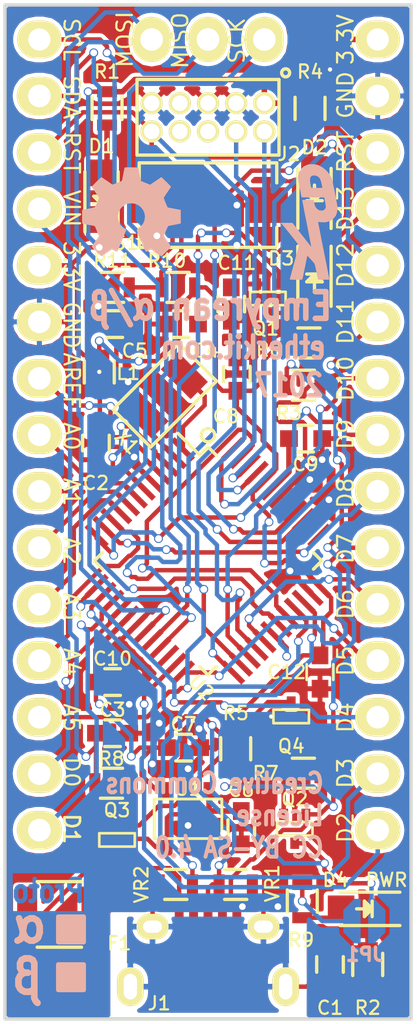
<source format=kicad_pcb>
(kicad_pcb (version 4) (host pcbnew 4.0.6-e0-6349~53~ubuntu16.04.1)
  (title_block (title "Empyrean Alpha/Beta") (date 2016-08-07) (rev A) (company Etherkit) (comment 4 "Creative Commons CC-BY-SA"))
  (layers (0 F.Cu signal) (31 B.Cu signal) (34 B.Paste user) (35 F.Paste user) (36 B.SilkS user) (37 F.SilkS user) (38 B.Mask user) (39 F.Mask user) (44 Edge.Cuts user))
  (net 0 "")
  (net 1 GND)
  (net 2 "Net-(C1-Pad2)")
  (net 3 "Net-(C2-Pad1)")
  (net 4 VIN)
  (net 5 "Net-(C4-Pad1)")
  (net 6 "Net-(C5-Pad1)")
  (net 7 "Net-(C6-Pad1)")
  (net 8 +3.3V)
  (net 9 "Net-(C9-Pad2)")
  (net 10 "Net-(D1-Pad1)")
  (net 11 TX_LED)
  (net 12 "Net-(D2-Pad1)")
  (net 13 RX_LED)
  (net 14 "Net-(D3-Pad1)")
  (net 15 "Net-(D3-Pad2)")
  (net 16 "Net-(D4-Pad1)")
  (net 17 "Net-(F1-Pad1)")
  (net 18 "Net-(F1-Pad2)")
  (net 19 DM)
  (net 20 DP)
  (net 21 "Net-(J1-Pad4)")
  (net 22 SWDIO)
  (net 23 SWDCLK)
  (net 24 "Net-(J2-Pad6)")
  (net 25 "Net-(J2-Pad7)")
  (net 26 "Net-(J2-Pad8)")
  (net 27 RESET)
  (net 28 SPI_MOSI)
  (net 29 SPI_MISO)
  (net 30 SPI_SCK)
  (net 31 SCL)
  (net 32 SDA)
  (net 33 AREF)
  (net 34 A0)
  (net 35 A1)
  (net 36 A2)
  (net 37 A3)
  (net 38 A4)
  (net 39 A5)
  (net 40 D0/UART_RX)
  (net 41 D1/UART_TX)
  (net 42 D13)
  (net 43 D12)
  (net 44 D11)
  (net 45 D10)
  (net 46 D9)
  (net 47 D8)
  (net 48 D7)
  (net 49 D6)
  (net 50 D5)
  (net 51 D4)
  (net 52 D3)
  (net 53 D2)
  (net 54 "Net-(Q2-Pad1)")
  (net 55 "Net-(Q3-Pad2)")
  (net 56 USB_HOST_EN)
  (net 57 "Net-(R11-Pad1)")
  (net 58 "Net-(U2-Pad22)")
  (net 59 "Net-(U2-Pad37)")
  (net 60 "Net-(U2-Pad38)")
  (net 61 "Net-(JP1-Pad2)")
  (module EtherkitKicadLibrary:VIA (layer F.Cu) (at 139.65 102.9)
    (fp_text reference VIA hide)
    (fp_text value VAL** hide)
    (pad "" thru_hole circle (at 0 0) (size 0.2 0.2) (drill 0.15) (layers *.Cu *.Mask F.SilkS) (net 1 GND) (clearance 0.05))
  )
  (module Capacitors_SMD:C_0603 (layer F.Cu) (at 139.65 143.15 270)
    (fp_text reference C1 (at 1.95 0 360) (layer F.SilkS) (effects (font (size 0.6 0.6) (thickness 0.1))))
    (fp_text value 4.7n hide)
    (pad 1 smd rect (at -0.75 0 270) (size 0.8 0.75) (layers F.Cu F.Paste F.Mask) (net 1 GND))
    (pad 2 smd rect (at 0.75 0 270) (size 0.8 0.75) (layers F.Cu F.Paste F.Mask) (net 2 "Net-(C1-Pad2)"))
  )
  (module Capacitors_SMD:C_0603 (layer F.Cu) (at 129.1 119.7 270)
    (fp_text reference C2 (at 1.8 0 360) (layer F.SilkS) (effects (font (size 0.6 0.6) (thickness 0.1))))
    (fp_text value 10u hide)
    (pad 1 smd rect (at -0.75 0 270) (size 0.8 0.75) (layers F.Cu F.Paste F.Mask) (net 3 "Net-(C2-Pad1)"))
    (pad 2 smd rect (at 0.75 0 270) (size 0.8 0.75) (layers F.Cu F.Paste F.Mask) (net 1 GND))
  )
  (module Capacitors_SMD:C_0603 (layer F.Cu) (at 129.85 132.75)
    (fp_text reference C3 (at 0 -1.05) (layer F.SilkS) (effects (font (size 0.6 0.6) (thickness 0.1))))
    (fp_text value 1u hide)
    (pad 1 smd rect (at -0.75 0) (size 0.8 0.75) (layers F.Cu F.Paste F.Mask) (net 4 VIN))
    (pad 2 smd rect (at 0.75 0) (size 0.8 0.75) (layers F.Cu F.Paste F.Mask) (net 1 GND))
  )
  (module Capacitors_SMD:C_0603 (layer F.Cu) (at 132.95 114.35 180)
    (fp_text reference C4 (at -1.1 -1.2 360) (layer F.SilkS) (effects (font (size 0.6 0.6) (thickness 0.1))))
    (fp_text value 15 hide)
    (pad 1 smd rect (at -0.75 0 180) (size 0.8 0.75) (layers F.Cu F.Paste F.Mask) (net 5 "Net-(C4-Pad1)"))
    (pad 2 smd rect (at 0.75 0 180) (size 0.8 0.75) (layers F.Cu F.Paste F.Mask) (net 1 GND))
  )
  (module Capacitors_SMD:C_0603 (layer F.Cu) (at 129.95 114.35 180)
    (fp_text reference C5 (at -0.9 -1.2 360) (layer F.SilkS) (effects (font (size 0.6 0.6) (thickness 0.1))))
    (fp_text value 15 hide)
    (pad 1 smd rect (at -0.75 0 180) (size 0.8 0.75) (layers F.Cu F.Paste F.Mask) (net 6 "Net-(C5-Pad1)"))
    (pad 2 smd rect (at 0.75 0 180) (size 0.8 0.75) (layers F.Cu F.Paste F.Mask) (net 1 GND))
  )
  (module Capacitors_SMD:C_0603 (layer F.Cu) (at 135.65 137 270)
    (fp_text reference C6 (at -1.7 0 360) (layer F.SilkS) (effects (font (size 0.6 0.6) (thickness 0.1))))
    (fp_text value 100n hide)
    (pad 1 smd rect (at -0.75 0 270) (size 0.8 0.75) (layers F.Cu F.Paste F.Mask) (net 7 "Net-(C6-Pad1)"))
    (pad 2 smd rect (at 0.75 0 270) (size 0.8 0.75) (layers F.Cu F.Paste F.Mask) (net 1 GND))
  )
  (module Capacitors_SMD:C_0603 (layer F.Cu) (at 133.05 133.4)
    (fp_text reference C7 (at 0 -1.05) (layer F.SilkS) (effects (font (size 0.6 0.6) (thickness 0.1))))
    (fp_text value 10u hide)
    (pad 1 smd rect (at -0.75 0) (size 0.8 0.75) (layers F.Cu F.Paste F.Mask) (net 8 +3.3V))
    (pad 2 smd rect (at 0.75 0) (size 0.8 0.75) (layers F.Cu F.Paste F.Mask) (net 1 GND))
  )
  (module Capacitors_SMD:C_0603 (layer F.Cu) (at 135.45 116.6 90)
    (fp_text reference C8 (at -1.9 -0.5 180) (layer F.SilkS) (effects (font (size 0.6 0.6) (thickness 0.1))))
    (fp_text value 100n hide)
    (pad 1 smd rect (at -0.75 0 90) (size 0.8 0.75) (layers F.Cu F.Paste F.Mask) (net 8 +3.3V))
    (pad 2 smd rect (at 0.75 0 90) (size 0.8 0.75) (layers F.Cu F.Paste F.Mask) (net 1 GND))
  )
  (module Capacitors_SMD:C_0603 (layer F.Cu) (at 138.55 119.5 180)
    (fp_text reference C9 (at 0 -1.15 360) (layer F.SilkS) (effects (font (size 0.6 0.6) (thickness 0.1))))
    (fp_text value 1u hide)
    (pad 1 smd rect (at -0.75 0 180) (size 0.8 0.75) (layers F.Cu F.Paste F.Mask) (net 1 GND))
    (pad 2 smd rect (at 0.75 0 180) (size 0.8 0.75) (layers F.Cu F.Paste F.Mask) (net 9 "Net-(C9-Pad2)"))
  )
  (module Capacitors_SMD:C_0603 (layer F.Cu) (at 129.85 130.45)
    (fp_text reference C10 (at 0 -1.05) (layer F.SilkS) (effects (font (size 0.6 0.6) (thickness 0.1))))
    (fp_text value 100n hide)
    (pad 1 smd rect (at -0.75 0) (size 0.8 0.75) (layers F.Cu F.Paste F.Mask) (net 8 +3.3V))
    (pad 2 smd rect (at 0.75 0) (size 0.8 0.75) (layers F.Cu F.Paste F.Mask) (net 1 GND))
  )
  (module Capacitors_SMD:C_0603 (layer F.Cu) (at 135.2 113.45 270)
    (fp_text reference C11 (at -1.85 -0.25 540) (layer F.SilkS) (effects (font (size 0.6 0.6) (thickness 0.1))))
    (fp_text value 100n hide)
    (pad 1 smd rect (at -0.75 0 270) (size 0.8 0.75) (layers F.Cu F.Paste F.Mask) (net 27 RESET))
    (pad 2 smd rect (at 0.75 0 270) (size 0.8 0.75) (layers F.Cu F.Paste F.Mask) (net 1 GND))
  )
  (module EtherkitKicadLibrary:Lite-On_LTST-C170 (layer F.Cu) (at 129.35 108.6 90)
    (fp_text reference D1 (at 2.25 0 180) (layer F.SilkS) (effects (font (size 0.6 0.6) (thickness 0.1))))
    (fp_text value Red hide)
    (pad 1 smd rect (at 1.05 0 270) (size 1.2 1.2) (layers F.Cu F.Paste F.Mask) (net 10 "Net-(D1-Pad1)"))
    (pad 2 smd rect (at -1.05 0 270) (size 1.2 1.2) (layers F.Cu F.Paste F.Mask) (net 11 TX_LED))
  )
  (module EtherkitKicadLibrary:Lite-On_LTST-C170 (layer F.Cu) (at 138.95 108.45 90)
    (fp_text reference D2 (at 2.05 0 180) (layer F.SilkS) (effects (font (size 0.6 0.6) (thickness 0.1))))
    (fp_text value Yellow hide)
    (pad 1 smd rect (at 1.05 0 270) (size 1.2 1.2) (layers F.Cu F.Paste F.Mask) (net 12 "Net-(D2-Pad1)"))
    (pad 2 smd rect (at -1.05 0 270) (size 1.2 1.2) (layers F.Cu F.Paste F.Mask) (net 13 RX_LED))
  )
  (module EtherkitKicadLibrary:Lite-On_LTST-C170 (layer F.Cu) (at 138.95 112.45 270)
    (fp_text reference D3 (at -1.05 1.5 360) (layer F.SilkS) (effects (font (size 0.6 0.6) (thickness 0.1))))
    (fp_text value Blue hide)
    (pad 1 smd rect (at 1.05 0 90) (size 1.2 1.2) (layers F.Cu F.Paste F.Mask) (net 14 "Net-(D3-Pad1)"))
    (pad 2 smd rect (at -1.05 0 90) (size 1.2 1.2) (layers F.Cu F.Paste F.Mask) (net 15 "Net-(D3-Pad2)"))
  )
  (module EtherkitKicadLibrary:Lite-On_LTST-C170 (layer F.Cu) (at 141.2 140.65 180)
    (fp_text reference D4 (at 1.3 1.3 180) (layer F.SilkS) (effects (font (size 0.6 0.6) (thickness 0.1))))
    (fp_text value Green hide)
    (pad 1 smd rect (at 1.05 0) (size 1.2 1.2) (layers F.Cu F.Paste F.Mask) (net 16 "Net-(D4-Pad1)"))
    (pad 2 smd rect (at -1.05 0) (size 1.2 1.2) (layers F.Cu F.Paste F.Mask) (net 1 GND))
  )
  (module Resistors_SMD:R_1210 (layer F.Cu) (at 127.45 140.9 180)
    (fp_text reference F1 (at -2.7 -1.3 180) (layer F.SilkS) (effects (font (size 0.6 0.6) (thickness 0.1))))
    (fp_text value "Bel 0ZCH0050FF2G" hide)
    (pad 1 smd rect (at -1.45 0 180) (size 0.9 2.5) (layers F.Cu F.Paste F.Mask) (net 17 "Net-(F1-Pad1)"))
    (pad 2 smd rect (at 1.45 0 180) (size 0.9 2.5) (layers F.Cu F.Paste F.Mask) (net 18 "Net-(F1-Pad2)"))
  )
  (module EtherkitKicadLibrary:FCI_10118194-0001LF (layer F.Cu) (at 134.15 145.6)
    (fp_text reference J1 (at -2.2 -0.7) (layer F.SilkS) (effects (font (size 0.6 0.6) (thickness 0.1))))
    (fp_text value "FCI 10118194-0001LF" hide)
    (pad 1 smd rect (at -1.3 -4.15) (size 0.4 1.35) (layers F.Cu F.Paste F.Mask) (net 17 "Net-(F1-Pad1)"))
    (pad 2 smd rect (at -0.65 -4.15) (size 0.4 1.35) (layers F.Cu F.Paste F.Mask) (net 19 DM))
    (pad 3 smd rect (at 0 -4.15) (size 0.4 1.35) (layers F.Cu F.Paste F.Mask) (net 20 DP))
    (pad 4 smd rect (at 0.65 -4.15) (size 0.4 1.35) (layers F.Cu F.Paste F.Mask) (net 21 "Net-(J1-Pad4)"))
    (pad 5 smd rect (at 1.3 -4.15) (size 0.4 1.35) (layers F.Cu F.Paste F.Mask) (net 1 GND))
    (pad 6 thru_hole oval (at 2.5 -4.15) (size 1.45 1.15) (drill oval 0.85 0.55) (layers *.Cu *.Mask F.SilkS) (net 2 "Net-(C1-Pad2)"))
    (pad 6 thru_hole oval (at -2.5 -4.15) (size 1.45 1.15) (drill oval 0.85 0.55) (layers *.Cu *.Mask F.SilkS) (net 2 "Net-(C1-Pad2)"))
    (pad 6 thru_hole oval (at 3.5 -1.45) (size 1.2 1.75) (drill oval 0.6 1.15) (layers *.Cu *.Mask F.SilkS) (net 2 "Net-(C1-Pad2)"))
    (pad 6 thru_hole oval (at -3.5 -1.45) (size 1.2 1.75) (drill oval 0.6 1.15) (layers *.Cu *.Mask F.SilkS) (net 2 "Net-(C1-Pad2)"))
  )
  (module EtherkitKicadLibrary:Pin_Header_Straight_1x03_NoBorder (layer F.Cu) (at 131.61 101.55 90)
    (fp_text reference J3 hide)
    (fp_text value SPI hide)
    (pad 1 thru_hole oval (at 0 0 90) (size 2.032 1.7272) (drill 1.016) (layers *.Cu *.Mask F.SilkS) (net 28 SPI_MOSI))
    (pad 2 thru_hole oval (at 0 2.54 90) (size 2.032 1.7272) (drill 1.016) (layers *.Cu *.Mask F.SilkS) (net 29 SPI_MISO))
    (pad 3 thru_hole oval (at 0 5.08 90) (size 2.032 1.7272) (drill 1.016) (layers *.Cu *.Mask F.SilkS) (net 30 SPI_SCK))
  )
  (module EtherkitKicadLibrary:Pin_Header_Straight_1x15_NoBorder (layer F.Cu) (at 126.55 101.55)
    (fp_text reference J4 hide)
    (fp_text value CONN_01X15 hide)
    (pad 1 thru_hole oval (at 0 0) (size 2 1.7) (drill 1) (layers *.Cu *.Mask F.SilkS) (net 31 SCL))
    (pad 2 thru_hole oval (at 0 2.54) (size 2.032 1.7272) (drill 1.016) (layers *.Cu *.Mask F.SilkS) (net 32 SDA))
    (pad 3 thru_hole oval (at 0 5.08) (size 2.032 1.7272) (drill 1.016) (layers *.Cu *.Mask F.SilkS) (net 27 RESET))
    (pad 4 thru_hole oval (at 0 7.62) (size 2.032 1.7272) (drill 1.016) (layers *.Cu *.Mask F.SilkS) (net 4 VIN))
    (pad 5 thru_hole oval (at 0 10.16) (size 2.032 1.7272) (drill 1.016) (layers *.Cu *.Mask F.SilkS) (net 8 +3.3V))
    (pad 6 thru_hole oval (at 0 12.7) (size 2.032 1.7272) (drill 1.016) (layers *.Cu *.Mask F.SilkS) (net 1 GND))
    (pad 7 thru_hole oval (at 0 15.24) (size 2.032 1.7272) (drill 1.016) (layers *.Cu *.Mask F.SilkS) (net 33 AREF))
    (pad 8 thru_hole oval (at 0 17.78) (size 2.032 1.7272) (drill 1.016) (layers *.Cu *.Mask F.SilkS) (net 34 A0))
    (pad 9 thru_hole oval (at 0 20.32) (size 2.032 1.7272) (drill 1.016) (layers *.Cu *.Mask F.SilkS) (net 35 A1))
    (pad 10 thru_hole oval (at 0 22.86) (size 2.032 1.7272) (drill 1.016) (layers *.Cu *.Mask F.SilkS) (net 36 A2))
    (pad 11 thru_hole oval (at 0 25.4) (size 2.032 1.7272) (drill 1.016) (layers *.Cu *.Mask F.SilkS) (net 37 A3))
    (pad 12 thru_hole oval (at 0 27.94) (size 2.032 1.7272) (drill 1.016) (layers *.Cu *.Mask F.SilkS) (net 38 A4))
    (pad 13 thru_hole oval (at 0 30.48) (size 2.032 1.7272) (drill 1.016) (layers *.Cu *.Mask F.SilkS) (net 39 A5))
    (pad 14 thru_hole oval (at 0 33.02) (size 2.032 1.7272) (drill 1.016) (layers *.Cu *.Mask F.SilkS) (net 40 D0/UART_RX))
    (pad 15 thru_hole oval (at 0 35.56) (size 2.032 1.7272) (drill 1.016) (layers *.Cu *.Mask F.SilkS) (net 41 D1/UART_TX))
  )
  (module EtherkitKicadLibrary:Pin_Header_Straight_1x15_NoBorder (layer F.Cu) (at 141.8 101.55)
    (fp_text reference J5 hide)
    (fp_text value CONN_01X15 hide)
    (pad 1 thru_hole oval (at 0 0) (size 2 1.7) (drill 1) (layers *.Cu *.Mask F.SilkS) (net 8 +3.3V))
    (pad 2 thru_hole oval (at 0 2.54) (size 2.032 1.7272) (drill 1.016) (layers *.Cu *.Mask F.SilkS) (net 1 GND))
    (pad 3 thru_hole oval (at 0 5.08) (size 2.032 1.7272) (drill 1.016) (layers *.Cu *.Mask F.SilkS) (net 27 RESET))
    (pad 4 thru_hole oval (at 0 7.62) (size 2.032 1.7272) (drill 1.016) (layers *.Cu *.Mask F.SilkS) (net 42 D13))
    (pad 5 thru_hole oval (at 0 10.16) (size 2.032 1.7272) (drill 1.016) (layers *.Cu *.Mask F.SilkS) (net 43 D12))
    (pad 6 thru_hole oval (at 0 12.7) (size 2.032 1.7272) (drill 1.016) (layers *.Cu *.Mask F.SilkS) (net 44 D11))
    (pad 7 thru_hole oval (at 0 15.24) (size 2.032 1.7272) (drill 1.016) (layers *.Cu *.Mask F.SilkS) (net 45 D10))
    (pad 8 thru_hole oval (at 0 17.78) (size 2.032 1.7272) (drill 1.016) (layers *.Cu *.Mask F.SilkS) (net 46 D9))
    (pad 9 thru_hole oval (at 0 20.32) (size 2.032 1.7272) (drill 1.016) (layers *.Cu *.Mask F.SilkS) (net 47 D8))
    (pad 10 thru_hole oval (at 0 22.86) (size 2.032 1.7272) (drill 1.016) (layers *.Cu *.Mask F.SilkS) (net 48 D7))
    (pad 11 thru_hole oval (at 0 25.4) (size 2.032 1.7272) (drill 1.016) (layers *.Cu *.Mask F.SilkS) (net 49 D6))
    (pad 12 thru_hole oval (at 0 27.94) (size 2.032 1.7272) (drill 1.016) (layers *.Cu *.Mask F.SilkS) (net 50 D5))
    (pad 13 thru_hole oval (at 0 30.48) (size 2.032 1.7272) (drill 1.016) (layers *.Cu *.Mask F.SilkS) (net 51 D4))
    (pad 14 thru_hole oval (at 0 33.02) (size 2.032 1.7272) (drill 1.016) (layers *.Cu *.Mask F.SilkS) (net 52 D3))
    (pad 15 thru_hole oval (at 0 35.56) (size 2.032 1.7272) (drill 1.016) (layers *.Cu *.Mask F.SilkS) (net 53 D2))
  )
  (module Resistors_SMD:R_0603 (layer F.Cu) (at 129.25 116.5 270)
    (fp_text reference L1 (at 0.05 -1.3 360) (layer F.SilkS) (effects (font (size 0.6 0.6) (thickness 0.1))))
    (fp_text value 10u hide)
    (pad 1 smd rect (at -0.75 0 270) (size 0.5 0.9) (layers F.Cu F.Paste F.Mask) (net 8 +3.3V))
    (pad 2 smd rect (at 0.75 0 270) (size 0.5 0.9) (layers F.Cu F.Paste F.Mask) (net 3 "Net-(C2-Pad1)"))
  )
  (module Resistors_SMD:R_0603 (layer F.Cu) (at 129.6 104.65 270)
    (fp_text reference R1 (at -1.65 0 360) (layer F.SilkS) (effects (font (size 0.6 0.6) (thickness 0.1))))
    (fp_text value 330 hide)
    (pad 1 smd rect (at -0.75 0 270) (size 0.5 0.9) (layers F.Cu F.Paste F.Mask) (net 8 +3.3V))
    (pad 2 smd rect (at 0.75 0 270) (size 0.5 0.9) (layers F.Cu F.Paste F.Mask) (net 10 "Net-(D1-Pad1)"))
  )
  (module Resistors_SMD:R_0603 (layer F.Cu) (at 141.35 143.15 270)
    (fp_text reference R2 (at 1.95 0 360) (layer F.SilkS) (effects (font (size 0.6 0.6) (thickness 0.1))))
    (fp_text value 1M hide)
    (pad 1 smd rect (at -0.75 0 270) (size 0.5 0.9) (layers F.Cu F.Paste F.Mask) (net 1 GND))
    (pad 2 smd rect (at 0.75 0 270) (size 0.5 0.9) (layers F.Cu F.Paste F.Mask) (net 2 "Net-(C1-Pad2)"))
  )
  (module Resistors_SMD:R_0603 (layer F.Cu) (at 138.45 117.1)
    (fp_text reference R3 (at -0.65 1.25) (layer F.SilkS) (effects (font (size 0.6 0.6) (thickness 0.1))))
    (fp_text value 330 hide)
    (pad 1 smd rect (at -0.75 0) (size 0.5 0.9) (layers F.Cu F.Paste F.Mask) (net 21 "Net-(J1-Pad4)"))
    (pad 2 smd rect (at 0.75 0) (size 0.5 0.9) (layers F.Cu F.Paste F.Mask) (net 56 USB_HOST_EN))
  )
  (module Resistors_SMD:R_0603 (layer F.Cu) (at 138.75 104.65 270)
    (fp_text reference R4 (at -1.65 0 360) (layer F.SilkS) (effects (font (size 0.6 0.6) (thickness 0.1))))
    (fp_text value 330 hide)
    (pad 1 smd rect (at -0.75 0 270) (size 0.5 0.9) (layers F.Cu F.Paste F.Mask) (net 8 +3.3V))
    (pad 2 smd rect (at 0.75 0 270) (size 0.5 0.9) (layers F.Cu F.Paste F.Mask) (net 12 "Net-(D2-Pad1)"))
  )
  (module Resistors_SMD:R_0603 (layer F.Cu) (at 135.4 133.45 270)
    (fp_text reference R5 (at -1.6 0 360) (layer F.SilkS) (effects (font (size 0.6 0.6) (thickness 0.1))))
    (fp_text value 100k hide)
    (pad 1 smd rect (at -0.75 0 270) (size 0.5 0.9) (layers F.Cu F.Paste F.Mask) (net 8 +3.3V))
    (pad 2 smd rect (at 0.75 0 270) (size 0.5 0.9) (layers F.Cu F.Paste F.Mask) (net 21 "Net-(J1-Pad4)"))
  )
  (module Resistors_SMD:R_0603 (layer F.Cu) (at 138.7 115.2)
    (fp_text reference R6 (at -1.8 0.3) (layer F.SilkS) (effects (font (size 0.6 0.6) (thickness 0.1))))
    (fp_text value 330 hide)
    (pad 1 smd rect (at -0.75 0) (size 0.5 0.9) (layers F.Cu F.Paste F.Mask) (net 8 +3.3V))
    (pad 2 smd rect (at 0.75 0) (size 0.5 0.9) (layers F.Cu F.Paste F.Mask) (net 14 "Net-(D3-Pad1)"))
  )
  (module Resistors_SMD:R_0603 (layer F.Cu) (at 138.45 134.55)
    (fp_text reference R7 (at -1.7 0) (layer F.SilkS) (effects (font (size 0.6 0.6) (thickness 0.1))))
    (fp_text value 100k hide)
    (pad 1 smd rect (at -0.75 0) (size 0.5 0.9) (layers F.Cu F.Paste F.Mask) (net 54 "Net-(Q2-Pad1)"))
    (pad 2 smd rect (at 0.75 0) (size 0.5 0.9) (layers F.Cu F.Paste F.Mask) (net 1 GND))
  )
  (module Resistors_SMD:R_0603 (layer F.Cu) (at 129.8 135)
    (fp_text reference R8 (at 0 -1.1) (layer F.SilkS) (effects (font (size 0.6 0.6) (thickness 0.1))))
    (fp_text value 100k hide)
    (pad 1 smd rect (at -0.75 0) (size 0.5 0.9) (layers F.Cu F.Paste F.Mask) (net 4 VIN))
    (pad 2 smd rect (at 0.75 0) (size 0.5 0.9) (layers F.Cu F.Paste F.Mask) (net 55 "Net-(Q3-Pad2)"))
  )
  (module Resistors_SMD:R_0603 (layer F.Cu) (at 138.4 140.3 270)
    (fp_text reference R9 (at 1.75 0.05 360) (layer F.SilkS) (effects (font (size 0.6 0.6) (thickness 0.1))))
    (fp_text value 330 hide)
    (pad 1 smd rect (at -0.75 0 270) (size 0.5 0.9) (layers F.Cu F.Paste F.Mask) (net 61 "Net-(JP1-Pad2)"))
    (pad 2 smd rect (at 0.75 0 270) (size 0.5 0.9) (layers F.Cu F.Paste F.Mask) (net 16 "Net-(D4-Pad1)"))
  )
  (module Resistors_SMD:R_0603 (layer F.Cu) (at 132.8 112.7 180)
    (fp_text reference R10 (at 0.5 1.2 180) (layer F.SilkS) (effects (font (size 0.6 0.6) (thickness 0.1))))
    (fp_text value 10k hide)
    (pad 1 smd rect (at -0.75 0 180) (size 0.5 0.9) (layers F.Cu F.Paste F.Mask) (net 8 +3.3V))
    (pad 2 smd rect (at 0.75 0 180) (size 0.5 0.9) (layers F.Cu F.Paste F.Mask) (net 27 RESET))
  )
  (module Resistors_SMD:R_0603 (layer F.Cu) (at 129.85 112.7)
    (fp_text reference R11 (at 0 -1.2) (layer F.SilkS) (effects (font (size 0.6 0.6) (thickness 0.1))))
    (fp_text value 330 hide)
    (pad 1 smd rect (at -0.75 0) (size 0.5 0.9) (layers F.Cu F.Paste F.Mask) (net 57 "Net-(R11-Pad1)"))
    (pad 2 smd rect (at 0.75 0) (size 0.5 0.9) (layers F.Cu F.Paste F.Mask) (net 27 RESET))
  )
  (module EtherkitKicadLibrary:Alps_SKQMASE010 (layer F.Cu) (at 134.15 109)
    (fp_text reference S1 (at -3.7 1.7) (layer F.SilkS) (effects (font (size 0.6 0.6) (thickness 0.1))))
    (fp_text value "Alps SKQMASE010" hide)
    (pad 1 smd rect (at -2.7 0) (size 1.8 1.6) (layers F.Cu F.Paste F.Mask) (net 57 "Net-(R11-Pad1)"))
    (pad 2 smd rect (at 2.7 0) (size 1.8 1.6) (layers F.Cu F.Paste F.Mask) (net 1 GND))
  )
  (module EtherkitKicadLibrary:SOT23-5 (layer F.Cu) (at 133.25 136.6)
    (fp_text reference U1 (at 0 -1.35) (layer F.SilkS) (effects (font (size 0.6 0.6) (thickness 0.1))))
    (fp_text value LP2985 hide)
    (pad 1 smd rect (at -0.9525 1.27) (size 0.508 0.762) (layers F.Cu F.Paste F.Mask) (net 4 VIN))
    (pad 3 smd rect (at 0.9525 1.27) (size 0.508 0.762) (layers F.Cu F.Paste F.Mask) (net 4 VIN))
    (pad 5 smd rect (at -0.9525 -1.27) (size 0.508 0.762) (layers F.Cu F.Paste F.Mask) (net 8 +3.3V))
    (pad 2 smd rect (at 0 1.27) (size 0.508 0.762) (layers F.Cu F.Paste F.Mask) (net 1 GND))
    (pad 4 smd rect (at 0.9525 -1.27) (size 0.508 0.762) (layers F.Cu F.Paste F.Mask) (net 7 "Net-(C6-Pad1)"))
  )
  (module Resistors_SMD:R_0603 (layer F.Cu) (at 135.4 139.55)
    (fp_text reference VR1 (at 1.65 -0.05 90) (layer F.SilkS) (effects (font (size 0.6 0.6) (thickness 0.1))))
    (fp_text value CG0603MLC-05E hide)
    (pad 1 smd rect (at -0.75 0) (size 0.5 0.9) (layers F.Cu F.Paste F.Mask) (net 20 DP))
    (pad 2 smd rect (at 0.75 0) (size 0.5 0.9) (layers F.Cu F.Paste F.Mask) (net 2 "Net-(C1-Pad2)"))
  )
  (module Resistors_SMD:R_0603 (layer F.Cu) (at 132.7 139.55 180)
    (fp_text reference VR2 (at 1.55 0 270) (layer F.SilkS) (effects (font (size 0.6 0.6) (thickness 0.1))))
    (fp_text value CG0603MLC-05E hide)
    (pad 1 smd rect (at -0.75 0 180) (size 0.5 0.9) (layers F.Cu F.Paste F.Mask) (net 19 DM))
    (pad 2 smd rect (at 0.75 0 180) (size 0.5 0.9) (layers F.Cu F.Paste F.Mask) (net 2 "Net-(C1-Pad2)"))
  )
  (module EtherkitKicadLibrary:ECS_ECS-.327-12.5-34B-TR (layer F.Cu) (at 132.2 117.55 225)
    (fp_text reference X1 (at 2.687006 -0.282843 315) (layer F.SilkS) (effects (font (size 0.6 0.6) (thickness 0.1))))
    (fp_text value ECS-.327-12.5-34B-TR hide)
    (pad 1 smd rect (at -1.25 0 225) (size 1.1 1.9) (layers F.Cu F.Paste F.Mask) (net 5 "Net-(C4-Pad1)"))
    (pad 2 smd rect (at 1.25 0 225) (size 1.1 1.9) (layers F.Cu F.Paste F.Mask) (net 6 "Net-(C5-Pad1)"))
  )
  (module EtherkitKicadLibrary:TQFP-48_7x7mm_Pitch0.5mm (layer F.Cu) (at 134.15 125 315)
    (fp_text reference U2 (at 3.818377 4.242641 315) (layer F.SilkS) (effects (font (size 0.6 0.6) (thickness 0.1))))
    (fp_text value ATSAMD21GxA hide)
    (pad 1 smd rect (at -4.35 -2.75 315) (size 1.3 0.25) (layers F.Cu F.Paste F.Mask) (net 5 "Net-(C4-Pad1)"))
    (pad 2 smd rect (at -4.35 -2.25 315) (size 1.3 0.25) (layers F.Cu F.Paste F.Mask) (net 6 "Net-(C5-Pad1)"))
    (pad 3 smd rect (at -4.35 -1.75 315) (size 1.3 0.25) (layers F.Cu F.Paste F.Mask) (net 34 A0))
    (pad 4 smd rect (at -4.35 -1.25 315) (size 1.3 0.25) (layers F.Cu F.Paste F.Mask) (net 33 AREF))
    (pad 5 smd rect (at -4.35 -0.75 315) (size 1.3 0.25) (layers F.Cu F.Paste F.Mask) (net 1 GND))
    (pad 6 smd rect (at -4.35 -0.25 315) (size 1.3 0.25) (layers F.Cu F.Paste F.Mask) (net 3 "Net-(C2-Pad1)"))
    (pad 7 smd rect (at -4.35 0.25 315) (size 1.3 0.25) (layers F.Cu F.Paste F.Mask) (net 35 A1))
    (pad 8 smd rect (at -4.35 0.75 315) (size 1.3 0.25) (layers F.Cu F.Paste F.Mask) (net 36 A2))
    (pad 9 smd rect (at -4.35 1.25 315) (size 1.3 0.25) (layers F.Cu F.Paste F.Mask) (net 37 A3))
    (pad 10 smd rect (at -4.35 1.75 315) (size 1.3 0.25) (layers F.Cu F.Paste F.Mask) (net 38 A4))
    (pad 11 smd rect (at -4.35 2.25 315) (size 1.3 0.25) (layers F.Cu F.Paste F.Mask) (net 47 D8))
    (pad 12 smd rect (at -4.35 2.75 315) (size 1.3 0.25) (layers F.Cu F.Paste F.Mask) (net 46 D9))
    (pad 13 smd rect (at -2.75 4.35 45) (size 1.3 0.25) (layers F.Cu F.Paste F.Mask) (net 51 D4))
    (pad 14 smd rect (at -2.25 4.35 45) (size 1.3 0.25) (layers F.Cu F.Paste F.Mask) (net 52 D3))
    (pad 15 smd rect (at -1.75 4.35 45) (size 1.3 0.25) (layers F.Cu F.Paste F.Mask) (net 41 D1/UART_TX))
    (pad 16 smd rect (at -1.25 4.35 45) (size 1.3 0.25) (layers F.Cu F.Paste F.Mask) (net 40 D0/UART_RX))
    (pad 17 smd rect (at -0.75 4.35 45) (size 1.3 0.25) (layers F.Cu F.Paste F.Mask) (net 8 +3.3V))
    (pad 18 smd rect (at -0.25 4.35 45) (size 1.3 0.25) (layers F.Cu F.Paste F.Mask) (net 1 GND))
    (pad 19 smd rect (at 0.25 4.35 45) (size 1.3 0.25) (layers F.Cu F.Paste F.Mask) (net 28 SPI_MOSI))
    (pad 20 smd rect (at 0.75 4.35 45) (size 1.3 0.25) (layers F.Cu F.Paste F.Mask) (net 30 SPI_SCK))
    (pad 21 smd rect (at 1.25 4.35 45) (size 1.3 0.25) (layers F.Cu F.Paste F.Mask) (net 29 SPI_MISO))
    (pad 22 smd rect (at 1.75 4.35 45) (size 1.3 0.25) (layers F.Cu F.Paste F.Mask) (net 58 "Net-(U2-Pad22)"))
    (pad 23 smd rect (at 2.25 4.35 45) (size 1.3 0.25) (layers F.Cu F.Paste F.Mask) (net 53 D2))
    (pad 24 smd rect (at 2.75 4.35 45) (size 1.3 0.25) (layers F.Cu F.Paste F.Mask) (net 50 D5))
    (pad 25 smd rect (at 4.35 2.75 315) (size 1.3 0.25) (layers F.Cu F.Paste F.Mask) (net 44 D11))
    (pad 26 smd rect (at 4.35 2.25 315) (size 1.3 0.25) (layers F.Cu F.Paste F.Mask) (net 42 D13))
    (pad 27 smd rect (at 4.35 1.75 315) (size 1.3 0.25) (layers F.Cu F.Paste F.Mask) (net 45 D10))
    (pad 28 smd rect (at 4.35 1.25 315) (size 1.3 0.25) (layers F.Cu F.Paste F.Mask) (net 43 D12))
    (pad 29 smd rect (at 4.35 0.75 315) (size 1.3 0.25) (layers F.Cu F.Paste F.Mask) (net 49 D6))
    (pad 30 smd rect (at 4.35 0.25 315) (size 1.3 0.25) (layers F.Cu F.Paste F.Mask) (net 48 D7))
    (pad 31 smd rect (at 4.35 -0.25 315) (size 1.3 0.25) (layers F.Cu F.Paste F.Mask) (net 32 SDA))
    (pad 32 smd rect (at 4.35 -0.75 315) (size 1.3 0.25) (layers F.Cu F.Paste F.Mask) (net 31 SCL))
    (pad 33 smd rect (at 4.35 -1.25 315) (size 1.3 0.25) (layers F.Cu F.Paste F.Mask) (net 19 DM))
    (pad 34 smd rect (at 4.35 -1.75 315) (size 1.3 0.25) (layers F.Cu F.Paste F.Mask) (net 20 DP))
    (pad 35 smd rect (at 4.35 -2.25 315) (size 1.3 0.25) (layers F.Cu F.Paste F.Mask) (net 1 GND))
    (pad 36 smd rect (at 4.35 -2.75 315) (size 1.3 0.25) (layers F.Cu F.Paste F.Mask) (net 8 +3.3V))
    (pad 37 smd rect (at 2.75 -4.35 45) (size 1.3 0.25) (layers F.Cu F.Paste F.Mask) (net 59 "Net-(U2-Pad37)"))
    (pad 38 smd rect (at 2.25 -4.35 45) (size 1.3 0.25) (layers F.Cu F.Paste F.Mask) (net 60 "Net-(U2-Pad38)"))
    (pad 39 smd rect (at 1.75 -4.35 45) (size 1.3 0.25) (layers F.Cu F.Paste F.Mask) (net 11 TX_LED))
    (pad 40 smd rect (at 1.25 -4.35 45) (size 1.3 0.25) (layers F.Cu F.Paste F.Mask) (net 27 RESET))
    (pad 41 smd rect (at 0.75 -4.35 45) (size 1.3 0.25) (layers F.Cu F.Paste F.Mask) (net 56 USB_HOST_EN))
    (pad 42 smd rect (at 0.25 -4.35 45) (size 1.3 0.25) (layers F.Cu F.Paste F.Mask) (net 1 GND))
    (pad 43 smd rect (at -0.25 -4.35 45) (size 1.3 0.25) (layers F.Cu F.Paste F.Mask) (net 9 "Net-(C9-Pad2)"))
    (pad 44 smd rect (at -0.75 -4.35 45) (size 1.3 0.25) (layers F.Cu F.Paste F.Mask) (net 8 +3.3V))
    (pad 45 smd rect (at -1.25 -4.35 45) (size 1.3 0.25) (layers F.Cu F.Paste F.Mask) (net 23 SWDCLK))
    (pad 46 smd rect (at -1.75 -4.35 45) (size 1.3 0.25) (layers F.Cu F.Paste F.Mask) (net 22 SWDIO))
    (pad 47 smd rect (at -2.25 -4.35 45) (size 1.3 0.25) (layers F.Cu F.Paste F.Mask) (net 39 A5))
    (pad 48 smd rect (at -2.75 -4.35 45) (size 1.3 0.25) (layers F.Cu F.Paste F.Mask) (net 13 RX_LED))
  )
  (module EtherkitKicadLibrary:VIA (layer F.Cu) (at 137 132)
    (fp_text reference VIA hide)
    (fp_text value VAL** hide)
    (pad "" thru_hole circle (at 0 0) (size 0.2 0.2) (drill 0.15) (layers *.Cu *.Mask F.SilkS) (net 1 GND) (clearance 0.05))
  )
  (module EtherkitKicadLibrary:Harwin_M50-3500542 (layer F.Cu) (at 134.15 105.05 180)
    (fp_text reference J2 (at -3.65 -1.65 180) (layer F.SilkS) (effects (font (size 0.6 0.6) (thickness 0.1))))
    (fp_text value "Harwin M50-3500542" hide)
    (pad 1 thru_hole circle (at -2.54 0.635 180) (size 1 1) (drill 0.7) (layers *.Cu *.Mask F.SilkS) (net 8 +3.3V))
    (pad 2 thru_hole circle (at -2.54 -0.635 180) (size 1 1) (drill 0.7) (layers *.Cu *.Mask F.SilkS) (net 22 SWDIO))
    (pad 3 thru_hole circle (at -1.27 0.635 180) (size 1 1) (drill 0.7) (layers *.Cu *.Mask F.SilkS) (net 1 GND))
    (pad 4 thru_hole circle (at -1.27 -0.635 180) (size 1 1) (drill 0.7) (layers *.Cu *.Mask F.SilkS) (net 23 SWDCLK))
    (pad 5 thru_hole circle (at 0 0.635 180) (size 1 1) (drill 0.7) (layers *.Cu *.Mask F.SilkS) (net 1 GND))
    (pad 6 thru_hole circle (at 0 -0.635 180) (size 1 1) (drill 0.7) (layers *.Cu *.Mask F.SilkS) (net 24 "Net-(J2-Pad6)"))
    (pad 7 thru_hole circle (at 1.27 0.635 180) (size 1 1) (drill 0.7) (layers *.Cu *.Mask F.SilkS) (net 25 "Net-(J2-Pad7)"))
    (pad 8 thru_hole circle (at 1.27 -0.635 180) (size 1 1) (drill 0.7) (layers *.Cu *.Mask F.SilkS) (net 26 "Net-(J2-Pad8)"))
    (pad 9 thru_hole circle (at 2.54 0.635 180) (size 1 1) (drill 0.7) (layers *.Cu *.Mask F.SilkS) (net 1 GND))
    (pad 10 thru_hole circle (at 2.54 -0.635 180) (size 1 1) (drill 0.7) (layers *.Cu *.Mask F.SilkS) (net 27 RESET))
  )
  (module EtherkitKicadLibrary:VIA (layer F.Cu) (at 129.25 116.5)
    (fp_text reference VIA hide)
    (fp_text value VAL** hide)
    (pad "" thru_hole circle (at 0 0) (size 0.2 0.2) (drill 0.15) (layers *.Cu *.Mask F.SilkS) (net 1 GND) (clearance 0.05))
  )
  (module EtherkitKicadLibrary:OSHWLogo4mm (layer B.Cu) (at 130.7 109.3 180)
    (fp_text reference G*** hide)
    (fp_text value LOGO hide)
  )
  (module EtherkitKicadLibrary:EtherkitLogoSmall (layer B.Cu) (at 138.7 109.75 180)
    (fp_text reference Ref** hide)
    (fp_text value Val** hide)
  )
  (module Capacitors_SMD:C_0603 (layer F.Cu) (at 139.2 130 270)
    (fp_text reference C12 (at 0 1.5 360) (layer F.SilkS) (effects (font (size 0.6 0.6) (thickness 0.1))))
    (fp_text value 100n hide)
    (pad 1 smd rect (at -0.75 0 270) (size 0.8 0.75) (layers F.Cu F.Paste F.Mask) (net 8 +3.3V))
    (pad 2 smd rect (at 0.75 0 270) (size 0.8 0.75) (layers F.Cu F.Paste F.Mask) (net 1 GND))
  )
  (module EtherkitKicadLibrary:SOLDER_JUMPER (layer B.Cu) (at 141.2 141.2 180)
    (fp_text reference JP1 (at 0 -1.5 180) (layer B.SilkS) (effects (font (size 0.6 0.6)) (justify mirror)))
    (fp_text value "Power LED Enable" hide)
    (pad 2 smd trapezoid (at 0.7 0 180) (size 0.5 1.5) (rect_delta 0.5 0) (layers B.Cu B.Paste B.Mask) (net 61 "Net-(JP1-Pad2)"))
    (pad 1 smd trapezoid (at -0.7 0 180) (size 0.5 1.5) (rect_delta -0.5 0) (layers B.Cu B.Paste B.Mask) (net 8 +3.3V))
    (pad 1 smd rect (at -0.32 0 180) (size 0.3 2) (layers B.Cu B.Paste B.Mask) (net 8 +3.3V))
    (pad 2 smd rect (at 0.32 0 180) (size 0.3 2) (layers B.Cu B.Paste B.Mask) (net 61 "Net-(JP1-Pad2)"))
  )
  (module EtherkitKicadLibrary:SOT523 (layer F.Cu) (at 136.85 113.2)
    (fp_text reference Q1 (at -0.1 1.35) (layer F.SilkS) (effects (font (size 0.6 0.6) (thickness 0.1))))
    (fp_text value DMG1012UW-7 hide)
    (pad 1 smd rect (at -0.5 -0.65) (size 0.4 0.51) (layers F.Cu F.Paste F.Mask) (net 1 GND))
    (pad 2 smd rect (at 0.5 -0.65) (size 0.4 0.51) (layers F.Cu F.Paste F.Mask) (net 42 D13))
    (pad 3 smd rect (at 0 0.65) (size 0.4 0.51) (layers F.Cu F.Paste F.Mask) (net 15 "Net-(D3-Pad2)"))
  )
  (module EtherkitKicadLibrary:SOT523 (layer F.Cu) (at 138.061 137.05)
    (fp_text reference Q2 (at 0 -1.3335) (layer F.SilkS) (effects (font (size 0.6 0.6) (thickness 0.1))))
    (fp_text value DMG1013T-7 hide)
    (pad 1 smd rect (at -0.5 -0.65) (size 0.4 0.51) (layers F.Cu F.Paste F.Mask) (net 54 "Net-(Q2-Pad1)"))
    (pad 2 smd rect (at 0.5 -0.65) (size 0.4 0.51) (layers F.Cu F.Paste F.Mask) (net 21 "Net-(J1-Pad4)"))
    (pad 3 smd rect (at 0 0.65) (size 0.4 0.51) (layers F.Cu F.Paste F.Mask) (net 8 +3.3V))
  )
  (module EtherkitKicadLibrary:SOT523 (layer F.Cu) (at 130.05 137.55)
    (fp_text reference Q3 (at 0 -1.3335) (layer F.SilkS) (effects (font (size 0.6 0.6) (thickness 0.1))))
    (fp_text value DMG1013T-7 hide)
    (pad 1 smd rect (at -0.5 -0.65) (size 0.4 0.51) (layers F.Cu F.Paste F.Mask) (net 4 VIN))
    (pad 2 smd rect (at 0.5 -0.65) (size 0.4 0.51) (layers F.Cu F.Paste F.Mask) (net 55 "Net-(Q3-Pad2)"))
    (pad 3 smd rect (at 0 0.65) (size 0.4 0.51) (layers F.Cu F.Paste F.Mask) (net 18 "Net-(F1-Pad2)"))
  )
  (module EtherkitKicadLibrary:SOT523 (layer F.Cu) (at 137.9 132 180)
    (fp_text reference Q4 (at 0 -1.3335 180) (layer F.SilkS) (effects (font (size 0.6 0.6) (thickness 0.1))))
    (fp_text value DMG1012UW-7 hide)
    (pad 1 smd rect (at -0.5 -0.65 180) (size 0.4 0.51) (layers F.Cu F.Paste F.Mask) (net 1 GND))
    (pad 2 smd rect (at 0.5 -0.65 180) (size 0.4 0.51) (layers F.Cu F.Paste F.Mask) (net 54 "Net-(Q2-Pad1)"))
    (pad 3 smd rect (at 0 0.65 180) (size 0.4 0.51) (layers F.Cu F.Paste F.Mask) (net 55 "Net-(Q3-Pad2)"))
  )
  (gr_text MOSI (at 130.4 101.55 90) (layer F.SilkS) (effects (font (size 0.7 0.7) (thickness 0.1))))
  (gr_text MISO (at 132.9 101.6 90) (layer F.SilkS) (effects (font (size 0.7 0.7) (thickness 0.1))))
  (gr_text SCK (at 135.45 101.6 90) (layer F.SilkS) (effects (font (size 0.7 0.7) (thickness 0.1))))
  (gr_text "Creative Commons\nLicense\nCC BY-SA 4.0" (at 139.45 136.45) (layer B.SilkS) (effects (font (size 0.9 0.7) (thickness 0.175)) (justify left mirror)))
  (gr_text 2017 (at 139.45 117.1) (layer B.SilkS) (effects (font (size 1 0.8) (thickness 0.2)) (justify left mirror)))
  (gr_text etherkit.com (at 139.55 115.4) (layer B.SilkS) (effects (font (size 1 0.8) (thickness 0.2)) (justify left mirror)))
  (gr_text "Empyrean α/β" (at 134.25 113.55) (layer B.SilkS) (effects (font (size 1.2 1) (thickness 0.25)) (justify mirror)))
  (gr_text β (at 126 143.7) (layer B.SilkS) (effects (font (size 1.5 1.5) (thickness 0.3)) (justify mirror)))
  (gr_text α (at 126.1 141.4) (layer B.SilkS) (effects (font (size 1.5 1.5) (thickness 0.3)) (justify mirror)))
  (gr_text Proto (at 126.95 139.85) (layer B.Cu) (effects (font (size 1 0.8) (thickness 0.2)) (justify mirror)))
  (gr_text PWR (at 142.2 139.35) (layer F.SilkS) (effects (font (size 0.6 0.6) (thickness 0.1))))
  (gr_text D2 (at 140.35 137 90) (layer F.SilkS) (effects (font (size 0.7 0.7) (thickness 0.1))))
  (gr_text D3 (at 140.35 134.55 90) (layer F.SilkS) (effects (font (size 0.7 0.7) (thickness 0.1))))
  (gr_text D4 (at 140.35 132.05 90) (layer F.SilkS) (effects (font (size 0.7 0.7) (thickness 0.1))))
  (gr_text D5 (at 140.35 129.5 90) (layer F.SilkS) (effects (font (size 0.7 0.7) (thickness 0.1))))
  (gr_text D6 (at 140.35 126.95 90) (layer F.SilkS) (effects (font (size 0.7 0.7) (thickness 0.1))))
  (gr_text D7 (at 140.35 124.45 90) (layer F.SilkS) (effects (font (size 0.7 0.7) (thickness 0.1))))
  (gr_text D8 (at 140.35 121.95 90) (layer F.SilkS) (effects (font (size 0.7 0.7) (thickness 0.1))))
  (gr_text D9 (at 140.35 119.3 90) (layer F.SilkS) (effects (font (size 0.7 0.7) (thickness 0.1))))
  (gr_text D10 (at 140.35 116.8 90) (layer F.SilkS) (effects (font (size 0.7 0.7) (thickness 0.1))))
  (gr_text D11 (at 140.35 114.25 90) (layer F.SilkS) (effects (font (size 0.7 0.7) (thickness 0.1))))
  (gr_text D12 (at 140.35 111.7 90) (layer F.SilkS) (effects (font (size 0.7 0.7) (thickness 0.1))))
  (gr_text D13 (at 140.35 109.15 90) (layer F.SilkS) (effects (font (size 0.7 0.7) (thickness 0.1))))
  (gr_text RST (at 140.35 106.6 90) (layer F.SilkS) (effects (font (size 0.7 0.7) (thickness 0.1))))
  (gr_text GND (at 140.35 104.05 90) (layer F.SilkS) (effects (font (size 0.7 0.7) (thickness 0.1))))
  (gr_text SCL (at 128 101.55 270) (layer F.SilkS) (effects (font (size 0.7 0.7) (thickness 0.1))))
  (gr_text SDA (at 128 104.15 270) (layer F.SilkS) (effects (font (size 0.7 0.7) (thickness 0.1))))
  (gr_text RST (at 128 106.65 270) (layer F.SilkS) (effects (font (size 0.7 0.7) (thickness 0.1))))
  (gr_text VIN (at 128 109.15 270) (layer F.SilkS) (effects (font (size 0.7 0.7) (thickness 0.1))))
  (gr_text 3.3V (at 128 111.75 270) (layer F.SilkS) (effects (font (size 0.7 0.7) (thickness 0.1))))
  (gr_text GND (at 128 114.4 270) (layer F.SilkS) (effects (font (size 0.7 0.7) (thickness 0.1))))
  (gr_text AREF (at 128 116.9 270) (layer F.SilkS) (effects (font (size 0.7 0.7) (thickness 0.1))))
  (gr_text A0 (at 128 119.4 270) (layer F.SilkS) (effects (font (size 0.7 0.7) (thickness 0.1))))
  (gr_text A1 (at 128 121.9 270) (layer F.SilkS) (effects (font (size 0.7 0.7) (thickness 0.1))))
  (gr_text A2 (at 128 124.55 270) (layer F.SilkS) (effects (font (size 0.7 0.7) (thickness 0.1))))
  (gr_text A3 (at 128 127.05 270) (layer F.SilkS) (effects (font (size 0.7 0.7) (thickness 0.1))))
  (gr_text A4 (at 128 129.55 270) (layer F.SilkS) (effects (font (size 0.7 0.7) (thickness 0.1))))
  (gr_text A5 (at 128 132.05 270) (layer F.SilkS) (effects (font (size 0.7 0.7) (thickness 0.1))))
  (gr_text D0 (at 128 134.5 270) (layer F.SilkS) (effects (font (size 0.7 0.7) (thickness 0.1))))
  (gr_text 3.3V (at 140.35 101.55 90) (layer F.SilkS) (effects (font (size 0.7 0.7) (thickness 0.1))))
  (gr_text D1 (at 128 137.05 270) (layer F.SilkS) (effects (font (size 0.7 0.7) (thickness 0.12))))
  (gr_line (start 125 145.6) (end 125 100) (layer Edge.Cuts) (width 0.15))
  (gr_line (start 143.3 145.6) (end 125 145.6) (layer Edge.Cuts) (width 0.15))
  (gr_line (start 143.3 100) (end 143.3 145.6) (layer Edge.Cuts) (width 0.15))
  (gr_line (start 125 100) (end 143.3 100) (layer Edge.Cuts) (width 0.15))
  (segment (start 131.739979 132.510021) (end 131.739979 134.032906) (width 0.2) (layer B.Cu) (net 1))
  (segment (start 131.95 132.3) (end 131.739979 132.510021) (width 0.2) (layer B.Cu) (net 1))
  (segment (start 131.682319 134.132906) (end 131.639979 134.132906) (width 0.2) (layer F.Cu) (net 1))
  (segment (start 131.739979 134.032906) (end 131.639979 134.132906) (width 0.2) (layer B.Cu) (net 1))
  (segment (start 131.89941 134.349997) (end 131.682319 134.132906) (width 0.2) (layer F.Cu) (net 1))
  (segment (start 131.899413 134.35) (end 131.89941 134.349997) (width 0.2) (layer F.Cu) (net 1))
  (segment (start 133.25 134.35) (end 131.899413 134.35) (width 0.2) (layer F.Cu) (net 1))
  (via (at 131.639979 134.132906) (size 0.4) (drill 0.3) (layers F.Cu B.Cu) (net 1))
  (segment (start 129.2 114.35) (end 129.2 113.55) (width 0.2) (layer F.Cu) (net 1))
  (via (at 129.2 113.55) (size 0.4) (drill 0.3) (layers F.Cu B.Cu) (net 1))
  (segment (start 130.55 116.95) (end 130.55 115.65) (width 0.2) (layer F.Cu) (net 1))
  (segment (start 130.55 115.65) (end 130.95 115.25) (width 0.2) (layer F.Cu) (net 1))
  (segment (start 130.95 115.25) (end 131.95 115.25) (width 0.2) (layer F.Cu) (net 1))
  (segment (start 131.95 115.25) (end 132.2 115) (width 0.2) (layer F.Cu) (net 1))
  (segment (start 132.2 115) (end 132.2 114.35) (width 0.2) (layer F.Cu) (net 1))
  (segment (start 130.82108 120.328912) (end 130.82108 117.22108) (width 0.2) (layer B.Cu) (net 1))
  (segment (start 130.82108 117.22108) (end 130.55 116.95) (width 0.2) (layer B.Cu) (net 1))
  (via (at 130.55 116.95) (size 0.4) (drill 0.3) (layers F.Cu B.Cu) (net 1))
  (via (at 130.82108 120.328912) (size 0.4) (drill 0.3) (layers F.Cu B.Cu) (net 1))
  (segment (start 130.82108 120.610419) (end 130.82108 120.328912) (width 0.2) (layer F.Cu) (net 1))
  (segment (start 131.604416 121.393755) (end 130.82108 120.610419) (width 0.2) (layer F.Cu) (net 1))
  (segment (start 138.457137 121.344249) (end 138.739979 121.344249) (width 0.2) (layer F.Cu) (net 1))
  (segment (start 138.159304 121.344249) (end 138.457137 121.344249) (width 0.2) (layer F.Cu) (net 1))
  (segment (start 137.402691 122.100862) (end 138.159304 121.344249) (width 0.2) (layer F.Cu) (net 1))
  (via (at 138.739979 121.344249) (size 0.4) (drill 0.3) (layers F.Cu B.Cu) (net 1))
  (segment (start 139.3 119.5) (end 139.3 120.444089) (width 0.2) (layer F.Cu) (net 1))
  (via (at 139.295985 120.448104) (size 0.4) (drill 0.3) (layers F.Cu B.Cu) (net 1))
  (segment (start 139.295985 120.730946) (end 139.295985 120.448104) (width 0.2) (layer B.Cu) (net 1))
  (segment (start 139.295985 120.788243) (end 139.295985 120.730946) (width 0.2) (layer B.Cu) (net 1))
  (segment (start 138.739979 121.344249) (end 139.295985 120.788243) (width 0.2) (layer B.Cu) (net 1))
  (segment (start 139.3 120.444089) (end 139.295985 120.448104) (width 0.2) (layer F.Cu) (net 1))
  (segment (start 139.6 120.752119) (end 139.295985 120.448104) (width 0.2) (layer F.Cu) (net 1))
  (segment (start 139.6 122.25) (end 139.6 120.752119) (width 0.2) (layer F.Cu) (net 1))
  (segment (start 137.85 125.167158) (end 137.85 124) (width 0.2) (layer B.Cu) (net 1))
  (via (at 139.6 122.25) (size 0.4) (drill 0.3) (layers F.Cu B.Cu) (net 1))
  (segment (start 137.85 124) (end 139.6 122.25) (width 0.2) (layer B.Cu) (net 1))
  (segment (start 137.85 125.45) (end 137.85 125.167158) (width 0.2) (layer B.Cu) (net 1))
  (segment (start 138.816905 126.416905) (end 137.85 125.45) (width 0.2) (layer F.Cu) (net 1))
  (segment (start 138.816905 126.484924) (end 138.816905 126.416905) (width 0.2) (layer F.Cu) (net 1))
  (via (at 137.85 125.45) (size 0.4) (drill 0.3) (layers F.Cu B.Cu) (net 1))
  (segment (start 133.75 132.55) (end 133.75 132) (width 0.2) (layer B.Cu) (net 1))
  (segment (start 133.95 131.8) (end 134.5 131.8) (width 0.2) (layer B.Cu) (net 1))
  (segment (start 134.5 131.8) (end 134.7 132) (width 0.2) (layer B.Cu) (net 1))
  (segment (start 133.75 132) (end 133.95 131.8) (width 0.2) (layer B.Cu) (net 1))
  (segment (start 134.7 132) (end 137 132) (width 0.2) (layer B.Cu) (net 1))
  (segment (start 131.750001 130.962375) (end 131.750001 132.100001) (width 0.2) (layer B.Cu) (net 1))
  (segment (start 131.067158 130.7) (end 131.487626 130.7) (width 0.2) (layer B.Cu) (net 1))
  (segment (start 130.6 131.45) (end 130.6 131.167158) (width 0.2) (layer B.Cu) (net 1))
  (segment (start 131.750001 132.100001) (end 131.95 132.3) (width 0.2) (layer B.Cu) (net 1))
  (segment (start 131.487626 130.7) (end 131.750001 130.962375) (width 0.2) (layer B.Cu) (net 1))
  (segment (start 130.6 131.167158) (end 131.067158 130.7) (width 0.2) (layer B.Cu) (net 1))
  (segment (start 133.8 133.4) (end 133.8 132.6) (width 0.2) (layer F.Cu) (net 1))
  (segment (start 133.8 132.6) (end 133.75 132.55) (width 0.2) (layer F.Cu) (net 1))
  (via (at 133.75 132.55) (size 0.4) (drill 0.3) (layers F.Cu B.Cu) (net 1))
  (segment (start 133.8 133.4) (end 133.8 133.8) (width 0.2) (layer F.Cu) (net 1))
  (segment (start 133.8 133.8) (end 133.25 134.35) (width 0.2) (layer F.Cu) (net 1))
  (via (at 133.25 134.35) (size 0.4) (drill 0.3) (layers F.Cu B.Cu) (net 1))
  (segment (start 133.8 133.4) (end 133.775 133.4) (width 0.2) (layer F.Cu) (net 1))
  (segment (start 133.25 136.9) (end 133.25 134.35) (width 0.2) (layer B.Cu) (net 1))
  (segment (start 130.6 130.45) (end 130.6 131.45) (width 0.2) (layer F.Cu) (net 1))
  (via (at 130.6 131.45) (size 0.4) (drill 0.3) (layers F.Cu B.Cu) (net 1))
  (segment (start 131.500001 132.499999) (end 131.25 132.75) (width 0.2) (layer F.Cu) (net 1))
  (segment (start 131.25 132.75) (end 130.6 132.75) (width 0.2) (layer F.Cu) (net 1))
  (segment (start 131.95 132.3) (end 131.750001 132.499999) (width 0.2) (layer F.Cu) (net 1))
  (segment (start 131.750001 132.499999) (end 131.500001 132.499999) (width 0.2) (layer F.Cu) (net 1))
  (via (at 131.95 132.3) (size 0.4) (drill 0.3) (layers F.Cu B.Cu) (net 1))
  (segment (start 135.7 140.55) (end 137.3 140.55) (width 0.2) (layer B.Cu) (net 1))
  (via (at 137.3 140.55) (size 0.4) (drill 0.3) (layers F.Cu B.Cu) (net 1))
  (segment (start 135.45 141.45) (end 135.45 140.8) (width 0.2) (layer F.Cu) (net 1))
  (segment (start 135.45 140.8) (end 135.7 140.55) (width 0.2) (layer F.Cu) (net 1))
  (via (at 135.7 140.55) (size 0.4) (drill 0.3) (layers F.Cu B.Cu) (net 1))
  (segment (start 134.85 137.65) (end 134.95 137.75) (width 0.2) (layer F.Cu) (net 1))
  (segment (start 134.95 137.75) (end 135.65 137.75) (width 0.2) (layer F.Cu) (net 1))
  (segment (start 134.85 137.25) (end 134.85 137.65) (width 0.2) (layer F.Cu) (net 1))
  (segment (start 133.25 136.9) (end 134.5 136.9) (width 0.2) (layer B.Cu) (net 1))
  (via (at 134.85 137.25) (size 0.4) (drill 0.3) (layers F.Cu B.Cu) (net 1))
  (segment (start 134.5 136.9) (end 134.85 137.25) (width 0.2) (layer B.Cu) (net 1))
  (via (at 133.25 136.9) (size 0.4) (drill 0.3) (layers F.Cu B.Cu) (net 1))
  (segment (start 133.25 137.87) (end 133.25 136.9) (width 0.2) (layer F.Cu) (net 1))
  (segment (start 135.45 109) (end 136.85 109) (width 0.2) (layer F.Cu) (net 1))
  (segment (start 135.45 110.8) (end 135.45 109) (width 0.2) (layer B.Cu) (net 1))
  (via (at 135.45 109) (size 0.4) (drill 0.3) (layers F.Cu B.Cu) (net 1))
  (via (at 135.45 110.8) (size 0.4) (drill 0.3) (layers F.Cu B.Cu) (net 1))
  (segment (start 138.85 143.9) (end 138.6 144.15) (width 0.2) (layer F.Cu) (net 2))
  (segment (start 138.6 144.15) (end 137.65 144.15) (width 0.2) (layer F.Cu) (net 2))
  (segment (start 139.65 143.9) (end 138.85 143.9) (width 0.2) (layer F.Cu) (net 2))
  (segment (start 136.5 140.55) (end 136.525 140.55) (width 0.2) (layer F.Cu) (net 2))
  (segment (start 136.525 140.55) (end 136.65 140.675) (width 0.2) (layer F.Cu) (net 2))
  (segment (start 136.65 140.675) (end 136.65 141.45) (width 0.2) (layer F.Cu) (net 2))
  (segment (start 136.15 139.55) (end 136.15 140.2) (width 0.2) (layer F.Cu) (net 2))
  (segment (start 136.15 140.2) (end 136.5 140.55) (width 0.2) (layer F.Cu) (net 2))
  (segment (start 131.65 141.45) (end 131.65 140.675) (width 0.2) (layer F.Cu) (net 2))
  (segment (start 131.65 140.675) (end 131.95 140.375) (width 0.2) (layer F.Cu) (net 2))
  (segment (start 131.95 140.375) (end 131.95 139.55) (width 0.2) (layer F.Cu) (net 2))
  (segment (start 141.35 143.9) (end 139.65 143.9) (width 0.25) (layer F.Cu) (net 2))
  (segment (start 129.1 119.14782) (end 129.1 118.95) (width 0.2) (layer F.Cu) (net 3))
  (segment (start 130.112567 119.869999) (end 129.822179 119.869999) (width 0.2) (layer F.Cu) (net 3))
  (segment (start 131.250862 121.747309) (end 130.341078 120.837525) (width 0.2) (layer F.Cu) (net 3))
  (segment (start 130.341078 120.837525) (end 130.341078 120.09851) (width 0.2) (layer F.Cu) (net 3))
  (segment (start 130.341078 120.09851) (end 130.112567 119.869999) (width 0.2) (layer F.Cu) (net 3))
  (segment (start 129.822179 119.869999) (end 129.1 119.14782) (width 0.2) (layer F.Cu) (net 3))
  (segment (start 129.276067 118.773933) (end 129.1 118.95) (width 0.2) (layer F.Cu) (net 3))
  (segment (start 129.276067 117.726067) (end 129.276067 118.773933) (width 0.2) (layer F.Cu) (net 3))
  (segment (start 129.25 117.7) (end 129.276067 117.726067) (width 0.2) (layer F.Cu) (net 3))
  (segment (start 129.25 117.25) (end 129.25 117.7) (width 0.2) (layer F.Cu) (net 3))
  (segment (start 129.05 135) (end 129.05 135.95) (width 0.2) (layer F.Cu) (net 4))
  (segment (start 131.7935 137.87) (end 131.4235 137.5) (width 0.2) (layer F.Cu) (net 4))
  (segment (start 131.7935 137.87) (end 132.2975 137.87) (width 0.2) (layer F.Cu) (net 4))
  (segment (start 129.65 137.5) (end 131.4235 137.5) (width 0.2) (layer F.Cu) (net 4))
  (segment (start 129.55 137.4) (end 129.65 137.5) (width 0.2) (layer F.Cu) (net 4))
  (segment (start 129.55 136.45) (end 129.55 137.4) (width 0.2) (layer F.Cu) (net 4))
  (segment (start 129.05 135.95) (end 129.55 136.45) (width 0.2) (layer F.Cu) (net 4))
  (segment (start 132.2975 137.87) (end 132.2975 136.5525) (width 0.2) (layer F.Cu) (net 4))
  (segment (start 134.2025 136.7525) (end 134.2025 137.87) (width 0.2) (layer F.Cu) (net 4))
  (segment (start 133.85 136.4) (end 134.2025 136.7525) (width 0.2) (layer F.Cu) (net 4))
  (segment (start 132.45 136.4) (end 133.85 136.4) (width 0.2) (layer F.Cu) (net 4))
  (segment (start 132.2975 136.5525) (end 132.45 136.4) (width 0.2) (layer F.Cu) (net 4))
  (segment (start 128.65 133.8) (end 128.226021 133.376021) (width 0.2) (layer B.Cu) (net 4))
  (segment (start 126.55 109.815238) (end 126.55 109.17) (width 0.2) (layer B.Cu) (net 4))
  (segment (start 127.936045 111.201283) (end 126.55 109.815238) (width 0.2) (layer B.Cu) (net 4))
  (segment (start 128.226021 128.526021) (end 127.936045 128.236045) (width 0.2) (layer B.Cu) (net 4))
  (segment (start 128.226021 133.376021) (end 128.226021 128.526021) (width 0.2) (layer B.Cu) (net 4))
  (segment (start 127.936045 128.236045) (end 127.936045 111.201283) (width 0.2) (layer B.Cu) (net 4))
  (segment (start 129.1 133.35) (end 128.65 133.8) (width 0.2) (layer F.Cu) (net 4))
  (via (at 128.65 133.8) (size 0.4) (drill 0.3) (layers F.Cu B.Cu) (net 4))
  (segment (start 129.1 132.75) (end 129.1 133.35) (width 0.2) (layer F.Cu) (net 4))
  (segment (start 129.1 132.75) (end 129.125 132.75) (width 0.2) (layer F.Cu) (net 4))
  (segment (start 129.1 132.75) (end 129.1 134.95) (width 0.2) (layer F.Cu) (net 4))
  (segment (start 129.1 134.95) (end 129.05 135) (width 0.2) (layer F.Cu) (net 4))
  (segment (start 133.083883 116.666117) (end 133.7 116.05) (width 0.2) (layer F.Cu) (net 5))
  (segment (start 133.7 116.05) (end 133.7 114.35) (width 0.2) (layer F.Cu) (net 5))
  (segment (start 134 118) (end 134 117.582234) (width 0.2) (layer F.Cu) (net 5))
  (segment (start 134 117.582234) (end 133.083883 116.666117) (width 0.2) (layer F.Cu) (net 5))
  (segment (start 133.018629 118.981371) (end 134 118) (width 0.2) (layer F.Cu) (net 5))
  (segment (start 133.018629 119.979542) (end 133.018629 118.981371) (width 0.2) (layer F.Cu) (net 5))
  (segment (start 130.675 114.35) (end 130.7 114.35) (width 0.2) (layer F.Cu) (net 6))
  (segment (start 131.316117 118.433883) (end 130.019998 117.137764) (width 0.2) (layer F.Cu) (net 6))
  (segment (start 130.019998 117.137764) (end 130.019998 115.005002) (width 0.2) (layer F.Cu) (net 6))
  (segment (start 130.019998 115.005002) (end 130.675 114.35) (width 0.2) (layer F.Cu) (net 6))
  (segment (start 132.665076 120.333095) (end 131.316117 118.984136) (width 0.2) (layer F.Cu) (net 6))
  (segment (start 131.316117 118.984136) (end 131.316117 118.433883) (width 0.2) (layer F.Cu) (net 6))
  (segment (start 134.2 136.15) (end 134.3 136.25) (width 0.25) (layer F.Cu) (net 7))
  (segment (start 134.3 136.25) (end 135.65 136.25) (width 0.25) (layer F.Cu) (net 7))
  (segment (start 134.2 135.4595) (end 134.2 136.15) (width 0.25) (layer F.Cu) (net 7))
  (segment (start 134.2025 135.33) (end 134.2025 135.457) (width 0.25) (layer F.Cu) (net 7))
  (segment (start 134.2025 135.457) (end 134.2 135.4595) (width 0.25) (layer F.Cu) (net 7))
  (segment (start 139.4 138.6) (end 139.4 138.5) (width 0.2) (layer F.Cu) (net 8))
  (segment (start 138.6 137.7) (end 138.061 137.7) (width 0.2) (layer F.Cu) (net 8))
  (segment (start 139.4 138.5) (end 138.6 137.7) (width 0.2) (layer F.Cu) (net 8))
  (segment (start 139.4 138.6) (end 139.4 138.9) (width 0.2) (layer F.Cu) (net 8))
  (segment (start 141.52 139.52) (end 141.52 141.2) (width 0.2) (layer B.Cu) (net 8))
  (segment (start 141.5 139.5) (end 141.52 139.52) (width 0.2) (layer B.Cu) (net 8))
  (via (at 141.5 139.5) (size 0.4) (drill 0.3) (layers F.Cu B.Cu) (net 8))
  (segment (start 140 139.5) (end 141.5 139.5) (width 0.2) (layer F.Cu) (net 8))
  (segment (start 139.4 138.9) (end 140 139.5) (width 0.2) (layer F.Cu) (net 8))
  (segment (start 129.256482 131.434408) (end 130.694258 132.872184) (width 0.2) (layer B.Cu) (net 8))
  (segment (start 131.080507 133.4) (end 130.894257 133.58625) (width 0.2) (layer F.Cu) (net 8))
  (segment (start 132.3 133.4) (end 131.080507 133.4) (width 0.2) (layer F.Cu) (net 8))
  (segment (start 130.694258 133.503407) (end 130.694258 133.786249) (width 0.2) (layer B.Cu) (net 8))
  (segment (start 131.7 133.4) (end 132.3 133.4) (width 0.2) (layer F.Cu) (net 8))
  (segment (start 131.8435 135.33) (end 131.159977 134.646477) (width 0.2) (layer F.Cu) (net 8))
  (segment (start 130.694258 132.872184) (end 130.694258 133.503407) (width 0.2) (layer B.Cu) (net 8))
  (segment (start 132.2975 135.33) (end 131.8435 135.33) (width 0.2) (layer F.Cu) (net 8))
  (segment (start 131.662481 133.4) (end 131.7 133.4) (width 0.2) (layer F.Cu) (net 8))
  (segment (start 131.159977 134.646477) (end 131.159977 133.902504) (width 0.2) (layer F.Cu) (net 8))
  (segment (start 131.159977 133.902504) (end 131.662481 133.4) (width 0.2) (layer F.Cu) (net 8))
  (via (at 130.694258 133.786249) (size 0.4) (drill 0.3) (layers F.Cu B.Cu) (net 8))
  (segment (start 130.894257 133.58625) (end 130.694258 133.786249) (width 0.2) (layer F.Cu) (net 8))
  (segment (start 129.25 115.105002) (end 130.161055 116.016057) (width 0.2) (layer B.Cu) (net 8))
  (segment (start 132.880001 114.949001) (end 131.812945 116.016057) (width 0.2) (layer F.Cu) (net 8))
  (segment (start 132.880001 113.569999) (end 132.880001 114.949001) (width 0.2) (layer F.Cu) (net 8))
  (segment (start 133.55 112.9) (end 132.880001 113.569999) (width 0.2) (layer F.Cu) (net 8))
  (segment (start 131.812945 116.016057) (end 131.312852 116.016057) (width 0.2) (layer F.Cu) (net 8))
  (segment (start 133.55 112.7) (end 133.55 112.9) (width 0.2) (layer F.Cu) (net 8))
  (segment (start 131.312852 116.016057) (end 131.03001 116.016057) (width 0.2) (layer F.Cu) (net 8))
  (segment (start 130.747168 116.016057) (end 131.03001 116.016057) (width 0.2) (layer B.Cu) (net 8))
  (segment (start 130.161055 116.016057) (end 130.747168 116.016057) (width 0.2) (layer B.Cu) (net 8))
  (via (at 131.03001 116.016057) (size 0.4) (drill 0.3) (layers F.Cu B.Cu) (net 8))
  (segment (start 139.170458 126.131371) (end 138.380002 125.340915) (width 0.2) (layer F.Cu) (net 8))
  (segment (start 137.489596 125.1) (end 136.982842 125.1) (width 0.2) (layer F.Cu) (net 8))
  (segment (start 137.619598 124.969998) (end 137.489596 125.1) (width 0.2) (layer F.Cu) (net 8))
  (segment (start 138.380002 125.219598) (end 138.130402 124.969998) (width 0.2) (layer F.Cu) (net 8))
  (segment (start 138.380002 125.340915) (end 138.380002 125.219598) (width 0.2) (layer F.Cu) (net 8))
  (segment (start 138.130402 124.969998) (end 137.619598 124.969998) (width 0.2) (layer F.Cu) (net 8))
  (segment (start 136.982842 125.1) (end 136.7 125.1) (width 0.2) (layer F.Cu) (net 8))
  (segment (start 137.572998 138.6) (end 134.335592 135.362594) (width 0.2) (layer B.Cu) (net 8))
  (segment (start 134.335592 135.362594) (end 134.335592 132.683819) (width 0.2) (layer B.Cu) (net 8))
  (segment (start 134.634615 132.7) (end 134.535591 132.600976) (width 0.2) (layer F.Cu) (net 8))
  (segment (start 134.75 132.7) (end 134.634615 132.7) (width 0.2) (layer F.Cu) (net 8))
  (segment (start 132.3 132.825) (end 133.129688 131.995312) (width 0.2) (layer F.Cu) (net 8))
  (segment (start 134.335592 132.683819) (end 134.335592 132.400977) (width 0.2) (layer B.Cu) (net 8))
  (segment (start 139.4 138.6) (end 137.572998 138.6) (width 0.2) (layer B.Cu) (net 8))
  (segment (start 132.3 133.4) (end 132.3 132.825) (width 0.2) (layer F.Cu) (net 8))
  (segment (start 134.535591 132.600976) (end 134.335592 132.400977) (width 0.2) (layer F.Cu) (net 8))
  (segment (start 133.929927 131.995312) (end 134.135593 132.200978) (width 0.2) (layer F.Cu) (net 8))
  (segment (start 134.135593 132.200978) (end 134.335592 132.400977) (width 0.2) (layer F.Cu) (net 8))
  (segment (start 133.129688 131.995312) (end 133.929927 131.995312) (width 0.2) (layer F.Cu) (net 8))
  (via (at 134.335592 132.400977) (size 0.4) (drill 0.3) (layers F.Cu B.Cu) (net 8))
  (segment (start 134.75 132.7) (end 134.719998 132.669998) (width 0.2) (layer F.Cu) (net 8))
  (segment (start 135.4 132.7) (end 134.75 132.7) (width 0.2) (layer F.Cu) (net 8))
  (segment (start 132.325 133.4) (end 132.3 133.4) (width 0.2) (layer F.Cu) (net 8))
  (segment (start 129.25 110.9) (end 128.77 110.9) (width 0.2) (layer F.Cu) (net 8))
  (segment (start 128.77 110.9) (end 127.96 111.71) (width 0.2) (layer F.Cu) (net 8))
  (via (at 129.25 110.9) (size 0.4) (drill 0.3) (layers F.Cu B.Cu) (net 8))
  (segment (start 128.75 103.9) (end 128.75 110.4) (width 0.2) (layer B.Cu) (net 8))
  (segment (start 128.75 110.4) (end 129.25 110.9) (width 0.2) (layer B.Cu) (net 8))
  (segment (start 129.6 103.9) (end 128.75 103.9) (width 0.2) (layer F.Cu) (net 8))
  (via (at 128.75 103.9) (size 0.4) (drill 0.3) (layers F.Cu B.Cu) (net 8))
  (segment (start 130.543755 127.555236) (end 130.543755 127.545584) (width 0.25) (layer F.Cu) (net 8))
  (segment (start 129.1 128.998991) (end 130.543755 127.555236) (width 0.25) (layer F.Cu) (net 8))
  (segment (start 129.1 130.45) (end 129.1 128.998991) (width 0.25) (layer F.Cu) (net 8))
  (via (at 129.256482 131.434408) (size 0.4) (drill 0.3) (layers F.Cu B.Cu) (net 8))
  (segment (start 129.1 131.277926) (end 129.256482 131.434408) (width 0.2) (layer F.Cu) (net 8))
  (segment (start 129.1 130.45) (end 129.1 131.277926) (width 0.2) (layer F.Cu) (net 8))
  (segment (start 129.25 115.105002) (end 129.25 115.75) (width 0.2) (layer F.Cu) (net 8))
  (via (at 129.25 115.105002) (size 0.4) (drill 0.3) (layers F.Cu B.Cu) (net 8))
  (segment (start 136.9 123.25) (end 136.9 122.967158) (width 0.2) (layer F.Cu) (net 8))
  (segment (start 136.9 122.967158) (end 136.165255 122.232413) (width 0.2) (layer F.Cu) (net 8))
  (segment (start 136.165255 122.232413) (end 136.165255 121.924084) (width 0.2) (layer F.Cu) (net 8))
  (segment (start 136.165255 121.924084) (end 136.695584 121.393755) (width 0.2) (layer F.Cu) (net 8))
  (segment (start 136.7 125.1) (end 136.7 123.45) (width 0.2) (layer B.Cu) (net 8))
  (via (at 136.9 123.25) (size 0.4) (drill 0.3) (layers F.Cu B.Cu) (net 8))
  (segment (start 136.7 123.45) (end 136.9 123.25) (width 0.2) (layer B.Cu) (net 8))
  (via (at 136.7 125.1) (size 0.4) (drill 0.3) (layers F.Cu B.Cu) (net 8))
  (segment (start 135.4 132.065598) (end 137.615598 129.85) (width 0.2) (layer F.Cu) (net 8))
  (segment (start 135.4 132.7) (end 135.4 132.065598) (width 0.2) (layer F.Cu) (net 8))
  (segment (start 139.700787 127.288811) (end 139.700787 126.6617) (width 0.2) (layer F.Cu) (net 8))
  (segment (start 139.700787 126.6617) (end 139.170458 126.131371) (width 0.2) (layer F.Cu) (net 8))
  (segment (start 139.344284 127.645314) (end 139.700787 127.288811) (width 0.2) (layer F.Cu) (net 8))
  (segment (start 129.6 103.9) (end 130.3 103.9) (width 0.25) (layer F.Cu) (net 8))
  (segment (start 130.3 103.9) (end 130.85 103.35) (width 0.25) (layer F.Cu) (net 8))
  (segment (start 130.85 103.35) (end 136.55 103.35) (width 0.25) (layer F.Cu) (net 8))
  (segment (start 136.55 103.35) (end 136.69 103.49) (width 0.25) (layer F.Cu) (net 8))
  (segment (start 136.69 103.49) (end 136.69 104.415) (width 0.25) (layer F.Cu) (net 8))
  (segment (start 136.615263 119.265263) (end 135.45 118.1) (width 0.2) (layer F.Cu) (net 8))
  (segment (start 135.45 118.1) (end 135.45 117.35) (width 0.2) (layer F.Cu) (net 8))
  (segment (start 137.225913 120.863426) (end 137.225913 120.200001) (width 0.2) (layer F.Cu) (net 8))
  (segment (start 137.225913 120.200001) (end 136.615263 119.589351) (width 0.2) (layer F.Cu) (net 8))
  (segment (start 136.615263 119.589351) (end 136.615263 119.265263) (width 0.2) (layer F.Cu) (net 8))
  (via (at 139.4 138.6) (size 0.4) (drill 0.3) (layers F.Cu B.Cu) (net 8))
  (segment (start 128.25 112) (end 127.96 111.71) (width 0.2) (layer F.Cu) (net 8))
  (segment (start 127.96 111.71) (end 126.55 111.71) (width 0.2) (layer F.Cu) (net 8))
  (segment (start 128.25 115.45) (end 128.25 112) (width 0.2) (layer F.Cu) (net 8))
  (segment (start 129.25 115.75) (end 128.55 115.75) (width 0.2) (layer F.Cu) (net 8))
  (segment (start 128.55 115.75) (end 128.25 115.45) (width 0.2) (layer F.Cu) (net 8))
  (segment (start 134.5 117.05) (end 134.8 117.35) (width 0.2) (layer F.Cu) (net 8))
  (segment (start 134.8 117.35) (end 135.45 117.35) (width 0.2) (layer F.Cu) (net 8))
  (segment (start 134.5 113.15) (end 134.5 117.05) (width 0.2) (layer F.Cu) (net 8))
  (segment (start 133.55 112.7) (end 134.05 112.7) (width 0.2) (layer F.Cu) (net 8))
  (segment (start 134.05 112.7) (end 134.5 113.15) (width 0.2) (layer F.Cu) (net 8))
  (segment (start 136.65 116.85) (end 136.15 117.35) (width 0.2) (layer F.Cu) (net 8))
  (segment (start 136.15 117.35) (end 135.45 117.35) (width 0.2) (layer F.Cu) (net 8))
  (segment (start 136.65 116) (end 136.65 116.85) (width 0.2) (layer F.Cu) (net 8))
  (segment (start 137.95 115.2) (end 137.45 115.2) (width 0.2) (layer F.Cu) (net 8))
  (segment (start 137.45 115.2) (end 136.65 116) (width 0.2) (layer F.Cu) (net 8))
  (segment (start 137.225913 120.863426) (end 136.695584 121.393755) (width 0.2) (layer F.Cu) (net 8))
  (segment (start 136.69 104.415) (end 137.467817 104.415) (width 0.25) (layer F.Cu) (net 8))
  (segment (start 137.467817 104.415) (end 137.982817 103.9) (width 0.25) (layer F.Cu) (net 8))
  (segment (start 137.982817 103.9) (end 138.75 103.9) (width 0.25) (layer F.Cu) (net 8))
  (segment (start 138.75 102.85) (end 140.05 101.55) (width 0.25) (layer F.Cu) (net 8))
  (segment (start 140.05 101.55) (end 141.8 101.55) (width 0.25) (layer F.Cu) (net 8))
  (segment (start 138.75 103.9) (end 138.75 102.85) (width 0.25) (layer F.Cu) (net 8))
  (segment (start 137.615598 129.85) (end 137.825 129.85) (width 0.2) (layer F.Cu) (net 8))
  (segment (start 137.825 129.85) (end 138.425 129.25) (width 0.2) (layer F.Cu) (net 8))
  (segment (start 138.425 129.25) (end 139.25 129.25) (width 0.2) (layer F.Cu) (net 8))
  (segment (start 139.25 129.25) (end 139.344284 129.155716) (width 0.2) (layer F.Cu) (net 8))
  (segment (start 139.344284 129.155716) (end 139.344284 127.645314) (width 0.2) (layer F.Cu) (net 8))
  (segment (start 137.8 119.5) (end 137.8 120.996447) (width 0.25) (layer F.Cu) (net 9))
  (segment (start 137.8 120.996447) (end 137.049138 121.747309) (width 0.25) (layer F.Cu) (net 9))
  (segment (start 129.6 105.4) (end 129.6 107.3) (width 0.25) (layer F.Cu) (net 10))
  (segment (start 129.6 107.3) (end 129.35 107.55) (width 0.25) (layer F.Cu) (net 10))
  (segment (start 132.236251 110.769998) (end 132.046604 110.580351) (width 0.2) (layer B.Cu) (net 11))
  (segment (start 132.046604 110.580351) (end 131.846605 110.380352) (width 0.2) (layer B.Cu) (net 11))
  (segment (start 133.724979 122.725315) (end 133.724979 120.575021) (width 0.2) (layer B.Cu) (net 11))
  (segment (start 135.33997 118.96003) (end 135.33997 111.450372) (width 0.2) (layer B.Cu) (net 11))
  (segment (start 135.33997 111.450372) (end 134.659596 110.769998) (width 0.2) (layer B.Cu) (net 11))
  (segment (start 134.659596 110.769998) (end 132.236251 110.769998) (width 0.2) (layer B.Cu) (net 11))
  (segment (start 134.563544 123.56388) (end 133.724979 122.725315) (width 0.2) (layer B.Cu) (net 11))
  (segment (start 134.563544 123.581042) (end 134.563544 123.56388) (width 0.2) (layer B.Cu) (net 11))
  (segment (start 133.724979 120.575021) (end 135.33997 118.96003) (width 0.2) (layer B.Cu) (net 11))
  (segment (start 129.35 109.65) (end 130.080352 110.380352) (width 0.2) (layer F.Cu) (net 11))
  (segment (start 130.080352 110.380352) (end 131.563763 110.380352) (width 0.2) (layer F.Cu) (net 11))
  (segment (start 131.563763 110.380352) (end 131.846605 110.380352) (width 0.2) (layer F.Cu) (net 11))
  (via (at 131.846605 110.380352) (size 0.4) (drill 0.3) (layers F.Cu B.Cu) (net 11))
  (segment (start 137.045679 124.147537) (end 135.130039 124.147537) (width 0.2) (layer F.Cu) (net 11))
  (segment (start 135.130039 124.147537) (end 134.563544 123.581042) (width 0.2) (layer F.Cu) (net 11))
  (via (at 134.563544 123.581042) (size 0.4) (drill 0.3) (layers F.Cu B.Cu) (net 11))
  (segment (start 138.463351 123.161522) (end 137.477336 124.147537) (width 0.2) (layer F.Cu) (net 11))
  (segment (start 137.477336 124.147537) (end 137.045679 124.147537) (width 0.2) (layer F.Cu) (net 11))
  (segment (start 138.75 105.4) (end 138.75 107.2) (width 0.25) (layer F.Cu) (net 12))
  (segment (start 138.75 107.2) (end 138.95 107.4) (width 0.25) (layer F.Cu) (net 12))
  (segment (start 138.75 107.35) (end 138.95 107.55) (width 0.25) (layer F.Cu) (net 12))
  (segment (start 134.9 122.45) (end 135.511331 122.45) (width 0.2) (layer B.Cu) (net 13))
  (segment (start 135.711853 122.249478) (end 135.718609 122.249478) (width 0.2) (layer B.Cu) (net 13))
  (segment (start 135.718609 122.249478) (end 137.14001 120.828077) (width 0.2) (layer B.Cu) (net 13))
  (segment (start 137.14001 120.828077) (end 137.14001 108.85999) (width 0.2) (layer B.Cu) (net 13))
  (segment (start 135.511331 122.45) (end 135.711853 122.249478) (width 0.2) (layer B.Cu) (net 13))
  (segment (start 137.14001 108.85999) (end 139.75 106.25) (width 0.2) (layer B.Cu) (net 13))
  (segment (start 134.751042 121.971507) (end 134.751042 122.301042) (width 0.2) (layer F.Cu) (net 13))
  (via (at 134.9 122.45) (size 0.4) (drill 0.3) (layers F.Cu B.Cu) (net 13))
  (segment (start 134.751042 122.301042) (end 134.9 122.45) (width 0.2) (layer F.Cu) (net 13))
  (segment (start 134.751042 120.509871) (end 134.751042 121.971507) (width 0.2) (layer F.Cu) (net 13))
  (segment (start 135.281371 119.979542) (end 134.751042 120.509871) (width 0.2) (layer F.Cu) (net 13))
  (segment (start 140 109.4) (end 139.9 109.5) (width 0.2) (layer F.Cu) (net 13))
  (segment (start 139.9 109.5) (end 138.95 109.5) (width 0.2) (layer F.Cu) (net 13))
  (segment (start 140 106.5) (end 140 109.4) (width 0.2) (layer F.Cu) (net 13))
  (segment (start 139.75 106.25) (end 140 106.5) (width 0.2) (layer F.Cu) (net 13))
  (via (at 139.75 106.25) (size 0.4) (drill 0.3) (layers F.Cu B.Cu) (net 13))
  (segment (start 138.95 115.15) (end 139 115.2) (width 0.2) (layer F.Cu) (net 14))
  (segment (start 139 115.2) (end 139.45 115.2) (width 0.2) (layer F.Cu) (net 14))
  (segment (start 138.95 113.5) (end 138.95 115.15) (width 0.2) (layer F.Cu) (net 14))
  (segment (start 137.9 111.6) (end 137.9 113.55) (width 0.2) (layer F.Cu) (net 15))
  (segment (start 138.95 111.4) (end 138.1 111.4) (width 0.2) (layer F.Cu) (net 15))
  (segment (start 137.9 111.6) (end 138.1 111.4) (width 0.2) (layer F.Cu) (net 15))
  (segment (start 137.6 113.85) (end 136.85 113.85) (width 0.2) (layer F.Cu) (net 15))
  (segment (start 137.9 113.55) (end 137.6 113.85) (width 0.2) (layer F.Cu) (net 15))
  (segment (start 138.4 141.05) (end 139.75 141.05) (width 0.2) (layer F.Cu) (net 16))
  (segment (start 139.75 141.05) (end 140.15 140.65) (width 0.2) (layer F.Cu) (net 16))
  (segment (start 129.9 140.395998) (end 129.9 140.55) (width 0.2) (layer F.Cu) (net 17))
  (segment (start 129.9 140.55) (end 129.55 140.9) (width 0.2) (layer F.Cu) (net 17))
  (segment (start 129.55 140.9) (end 128.9 140.9) (width 0.2) (layer F.Cu) (net 17))
  (segment (start 132.85 141.45) (end 132.85 139.245998) (width 0.2) (layer F.Cu) (net 17))
  (segment (start 132.85 139.245998) (end 132.424001 138.819999) (width 0.2) (layer F.Cu) (net 17))
  (segment (start 132.424001 138.819999) (end 131.475999 138.819999) (width 0.2) (layer F.Cu) (net 17))
  (segment (start 131.475999 138.819999) (end 129.9 140.395998) (width 0.2) (layer F.Cu) (net 17))
  (segment (start 129.034 138.566) (end 129.4 138.2) (width 0.2) (layer F.Cu) (net 18))
  (segment (start 126.7 140.9) (end 129.034 138.566) (width 0.2) (layer F.Cu) (net 18))
  (segment (start 126 140.9) (end 126.7 140.9) (width 0.2) (layer F.Cu) (net 18))
  (segment (start 129.4 138.2) (end 130.05 138.2) (width 0.2) (layer F.Cu) (net 18))
  (segment (start 133.45 138.7) (end 132.5 137.75) (width 0.2) (layer B.Cu) (net 19))
  (segment (start 132.5 137.75) (end 132.5 134) (width 0.2) (layer B.Cu) (net 19))
  (segment (start 132.5 134) (end 132.77 133.73) (width 0.2) (layer B.Cu) (net 19))
  (segment (start 132.889979 131.835189) (end 132.98998 131.735188) (width 0.2) (layer B.Cu) (net 19))
  (segment (start 132.77 133.73) (end 132.77 133.157794) (width 0.2) (layer B.Cu) (net 19))
  (segment (start 132.77 133.157794) (end 132.889979 133.037815) (width 0.2) (layer B.Cu) (net 19))
  (segment (start 132.889979 133.037815) (end 132.889979 131.835189) (width 0.2) (layer B.Cu) (net 19))
  (segment (start 132.98998 131.735188) (end 132.98998 131.685188) (width 0.2) (layer B.Cu) (net 19))
  (segment (start 132.98998 131.685188) (end 134.019824 130.655344) (width 0.2) (layer B.Cu) (net 19))
  (segment (start 134.019824 130.655344) (end 137.043993 130.655344) (width 0.2) (layer B.Cu) (net 19))
  (segment (start 137.043993 130.655344) (end 138.222876 129.476461) (width 0.2) (layer B.Cu) (net 19))
  (segment (start 138.222876 128.902601) (end 138.222876 128.619759) (width 0.2) (layer B.Cu) (net 19))
  (segment (start 138.222876 129.476461) (end 138.222876 128.902601) (width 0.2) (layer B.Cu) (net 19))
  (segment (start 138.222876 128.394187) (end 138.222876 128.619759) (width 0.2) (layer F.Cu) (net 19))
  (segment (start 138.584263 128.0328) (end 138.222876 128.394187) (width 0.2) (layer F.Cu) (net 19))
  (segment (start 138.109798 127.192031) (end 138.584263 127.666496) (width 0.2) (layer F.Cu) (net 19))
  (via (at 138.222876 128.619759) (size 0.4) (drill 0.3) (layers F.Cu B.Cu) (net 19))
  (segment (start 138.584263 127.666496) (end 138.584263 128.0328) (width 0.2) (layer F.Cu) (net 19))
  (segment (start 133.45 139.55) (end 133.45 138.7) (width 0.2) (layer F.Cu) (net 19))
  (via (at 133.45 138.7) (size 0.4) (drill 0.3) (layers F.Cu B.Cu) (net 19))
  (segment (start 133.45 139.55) (end 133.45 141.4) (width 0.2) (layer F.Cu) (net 19))
  (segment (start 133.45 141.4) (end 133.5 141.45) (width 0.2) (layer F.Cu) (net 19))
  (segment (start 138.822218 128.756524) (end 138.822218 128.473682) (width 0.2) (layer B.Cu) (net 20))
  (segment (start 134.17723 131.035354) (end 137.201399 131.035354) (width 0.2) (layer B.Cu) (net 20))
  (segment (start 133.36999 131.842594) (end 134.17723 131.035354) (width 0.2) (layer B.Cu) (net 20))
  (segment (start 133.269989 131.992595) (end 133.369989 131.892595) (width 0.2) (layer B.Cu) (net 20))
  (segment (start 137.201399 131.035354) (end 138.822218 129.414535) (width 0.2) (layer B.Cu) (net 20))
  (segment (start 133.780002 135.369598) (end 133.780002 133.390404) (width 0.2) (layer B.Cu) (net 20))
  (segment (start 135.330002 138.019998) (end 135.330002 136.919598) (width 0.2) (layer B.Cu) (net 20))
  (segment (start 134.65 138.7) (end 135.330002 138.019998) (width 0.2) (layer B.Cu) (net 20))
  (segment (start 133.780002 133.390404) (end 133.269989 132.880391) (width 0.2) (layer B.Cu) (net 20))
  (segment (start 138.822218 129.414535) (end 138.822218 128.756524) (width 0.2) (layer B.Cu) (net 20))
  (segment (start 133.369989 131.892595) (end 133.36999 131.842594) (width 0.2) (layer B.Cu) (net 20))
  (segment (start 133.269989 132.880391) (end 133.269989 131.992595) (width 0.2) (layer B.Cu) (net 20))
  (segment (start 135.330002 136.919598) (end 133.780002 135.369598) (width 0.2) (layer B.Cu) (net 20))
  (segment (start 138.463351 126.838478) (end 138.964273 127.3394) (width 0.2) (layer F.Cu) (net 20))
  (segment (start 138.964273 127.3394) (end 138.964273 128.331627) (width 0.2) (layer F.Cu) (net 20))
  (segment (start 138.964273 128.331627) (end 138.822218 128.473682) (width 0.2) (layer F.Cu) (net 20))
  (via (at 138.822218 128.473682) (size 0.4) (drill 0.3) (layers F.Cu B.Cu) (net 20))
  (segment (start 134.65 139.55) (end 134.65 138.7) (width 0.2) (layer F.Cu) (net 20))
  (via (at 134.65 138.7) (size 0.4) (drill 0.3) (layers F.Cu B.Cu) (net 20))
  (segment (start 134.15 139.75) (end 134.35 139.55) (width 0.2) (layer F.Cu) (net 20))
  (segment (start 134.35 139.55) (end 134.65 139.55) (width 0.2) (layer F.Cu) (net 20))
  (segment (start 134.15 141.45) (end 134.15 139.75) (width 0.2) (layer F.Cu) (net 20))
  (segment (start 139.8 136.05) (end 139.55 136.05) (width 0.2) (layer F.Cu) (net 21))
  (segment (start 139.2 136.4) (end 138.561 136.4) (width 0.2) (layer F.Cu) (net 21))
  (segment (start 139.55 136.05) (end 139.2 136.4) (width 0.2) (layer F.Cu) (net 21))
  (segment (start 138.561 136.4) (end 138.55 136.411) (width 0.2) (layer F.Cu) (net 21))
  (segment (start 138.55 136.411) (end 138.55 136.9) (width 0.2) (layer F.Cu) (net 21))
  (segment (start 138.55 136.9) (end 138.35 137.1) (width 0.2) (layer F.Cu) (net 21))
  (segment (start 138.35 137.1) (end 137.527598 137.1) (width 0.2) (layer F.Cu) (net 21))
  (segment (start 137.527598 137.1) (end 136.197597 138.430001) (width 0.2) (layer F.Cu) (net 21))
  (via (at 139.979398 120.458066) (size 0.4) (drill 0.3) (layers F.Cu B.Cu) (net 21))
  (segment (start 140.179397 120.658065) (end 139.979398 120.458066) (width 0.2) (layer F.Cu) (net 21))
  (segment (start 139.900126 120.378794) (end 139.979398 120.458066) (width 0.2) (layer B.Cu) (net 21))
  (segment (start 137.9 116.15) (end 139.900126 118.150126) (width 0.2) (layer B.Cu) (net 21))
  (segment (start 139.900126 118.150126) (end 139.900126 120.378794) (width 0.2) (layer B.Cu) (net 21))
  (segment (start 139.55 124.4) (end 140.179397 123.770603) (width 0.2) (layer F.Cu) (net 21))
  (segment (start 140.179397 123.770603) (end 140.179397 120.658065) (width 0.2) (layer F.Cu) (net 21))
  (segment (start 139.8 131.267148) (end 139.8 131.54999) (width 0.2) (layer B.Cu) (net 21))
  (segment (start 140.730011 127.70426) (end 140.73001 128.607406) (width 0.2) (layer B.Cu) (net 21))
  (segment (start 139.8 129.537416) (end 139.8 131.267148) (width 0.2) (layer B.Cu) (net 21))
  (segment (start 140.73001 128.607406) (end 139.8 129.537416) (width 0.2) (layer B.Cu) (net 21))
  (segment (start 140.480011 127.45426) (end 140.730011 127.70426) (width 0.2) (layer B.Cu) (net 21))
  (segment (start 140.480011 125.330011) (end 140.480011 127.45426) (width 0.2) (layer B.Cu) (net 21))
  (segment (start 139.55 124.4) (end 140.480011 125.330011) (width 0.2) (layer B.Cu) (net 21))
  (segment (start 139.8 136.05) (end 139.8 131.54999) (width 0.2) (layer F.Cu) (net 21))
  (via (at 139.8 131.54999) (size 0.4) (drill 0.3) (layers F.Cu B.Cu) (net 21))
  (segment (start 136.197597 138.430001) (end 136.065997 138.430001) (width 0.2) (layer F.Cu) (net 21))
  (segment (start 136.065997 138.430001) (end 135.180001 139.315997) (width 0.2) (layer F.Cu) (net 21))
  (segment (start 135.180001 139.315997) (end 135.180001 140.194999) (width 0.2) (layer F.Cu) (net 21))
  (segment (start 135.180001 140.194999) (end 134.8 140.575) (width 0.2) (layer F.Cu) (net 21))
  (segment (start 134.8 140.575) (end 134.8 141.45) (width 0.2) (layer F.Cu) (net 21))
  (via (at 139.55 124.4) (size 0.4) (drill 0.3) (layers F.Cu B.Cu) (net 21))
  (segment (start 137.7 117.1) (end 137.7 116.35) (width 0.2) (layer F.Cu) (net 21))
  (segment (start 137.7 116.35) (end 137.9 116.15) (width 0.2) (layer F.Cu) (net 21))
  (via (at 137.9 116.15) (size 0.4) (drill 0.3) (layers F.Cu B.Cu) (net 21))
  (segment (start 135.2 135.15) (end 135.4 134.95) (width 0.2) (layer F.Cu) (net 21))
  (segment (start 135.4 134.95) (end 135.4 134.2) (width 0.2) (layer F.Cu) (net 21))
  (segment (start 134.9 135.15) (end 135.2 135.15) (width 0.2) (layer F.Cu) (net 21))
  (segment (start 139.8 136.05) (end 138.9 135.15) (width 0.2) (layer B.Cu) (net 21))
  (segment (start 138.9 135.15) (end 134.9 135.15) (width 0.2) (layer B.Cu) (net 21))
  (via (at 134.9 135.15) (size 0.4) (drill 0.3) (layers F.Cu B.Cu) (net 21))
  (segment (start 139.784 136.034) (end 139.8 136.05) (width 0.2) (layer F.Cu) (net 21))
  (via (at 139.8 136.05) (size 0.4) (drill 0.3) (layers F.Cu B.Cu) (net 21))
  (segment (start 135.472366 121.070431) (end 135.272367 121.27043) (width 0.2) (layer B.Cu) (net 22))
  (segment (start 136.69 119.852797) (end 135.472366 121.070431) (width 0.2) (layer B.Cu) (net 22))
  (segment (start 136.69 111.345234) (end 136.69 119.852797) (width 0.2) (layer B.Cu) (net 22))
  (segment (start 136.690022 111.345212) (end 136.69 111.345234) (width 0.2) (layer B.Cu) (net 22))
  (segment (start 136.690022 108.454786) (end 136.690022 111.345212) (width 0.2) (layer B.Cu) (net 22))
  (segment (start 136.69 108.454764) (end 136.690022 108.454786) (width 0.2) (layer B.Cu) (net 22))
  (segment (start 136.69 105.685) (end 136.69 108.454764) (width 0.2) (layer B.Cu) (net 22))
  (via (at 135.272367 121.27043) (size 0.4) (drill 0.3) (layers F.Cu B.Cu) (net 22))
  (segment (start 135.988478 120.686649) (end 135.404697 121.27043) (width 0.2) (layer F.Cu) (net 22))
  (segment (start 135.404697 121.27043) (end 135.272367 121.27043) (width 0.2) (layer F.Cu) (net 22))
  (segment (start 135.192741 121.813666) (end 135.475583 121.813666) (width 0.2) (layer B.Cu) (net 23))
  (segment (start 134.636664 121.813666) (end 135.192741 121.813666) (width 0.2) (layer B.Cu) (net 23))
  (segment (start 134.624999 121.802001) (end 134.636664 121.813666) (width 0.2) (layer B.Cu) (net 23))
  (segment (start 136.23999 119.623969) (end 134.624999 121.23896) (width 0.2) (layer B.Cu) (net 23))
  (segment (start 134.624999 121.23896) (end 134.624999 121.802001) (width 0.2) (layer B.Cu) (net 23))
  (segment (start 135.42 107.72218) (end 136.310012 108.612192) (width 0.2) (layer B.Cu) (net 23))
  (segment (start 135.42 105.685) (end 135.42 107.72218) (width 0.2) (layer B.Cu) (net 23))
  (segment (start 136.23999 111.257828) (end 136.23999 119.623969) (width 0.2) (layer B.Cu) (net 23))
  (segment (start 136.310012 111.187806) (end 136.23999 111.257828) (width 0.2) (layer B.Cu) (net 23))
  (segment (start 136.310012 108.612192) (end 136.310012 111.187806) (width 0.2) (layer B.Cu) (net 23))
  (via (at 135.475583 121.813666) (size 0.4) (drill 0.3) (layers F.Cu B.Cu) (net 23))
  (segment (start 136.342031 121.040202) (end 135.568567 121.813666) (width 0.2) (layer F.Cu) (net 23))
  (segment (start 135.568567 121.813666) (end 135.475583 121.813666) (width 0.2) (layer F.Cu) (net 23))
  (segment (start 135.78998 111.170422) (end 135.930002 111.0304) (width 0.2) (layer B.Cu) (net 27))
  (segment (start 135.930002 111.0304) (end 135.930002 108.769598) (width 0.2) (layer B.Cu) (net 27))
  (segment (start 135.930002 108.769598) (end 134.010404 106.85) (width 0.2) (layer B.Cu) (net 27))
  (segment (start 134.010404 106.85) (end 132.775 106.85) (width 0.2) (layer B.Cu) (net 27))
  (segment (start 135.78998 119.47361) (end 135.78998 111.170422) (width 0.2) (layer B.Cu) (net 27))
  (segment (start 132.775 106.85) (end 132.159999 106.234999) (width 0.2) (layer B.Cu) (net 27))
  (segment (start 132.159999 106.234999) (end 131.61 105.685) (width 0.2) (layer B.Cu) (net 27))
  (segment (start 135.3 123.575022) (end 134.174989 122.450011) (width 0.2) (layer B.Cu) (net 27))
  (segment (start 134.174989 122.450011) (end 134.174989 121.088601) (width 0.2) (layer B.Cu) (net 27))
  (segment (start 134.174989 121.088601) (end 135.78998 119.47361) (width 0.2) (layer B.Cu) (net 27))
  (segment (start 131.61 105.685) (end 130.749999 104.824999) (width 0.2) (layer F.Cu) (net 27))
  (segment (start 126.7024 106.63) (end 126.55 106.63) (width 0.2) (layer F.Cu) (net 27))
  (segment (start 128.507401 104.824999) (end 126.7024 106.63) (width 0.2) (layer F.Cu) (net 27))
  (segment (start 130.749999 104.824999) (end 128.507401 104.824999) (width 0.2) (layer F.Cu) (net 27))
  (segment (start 137.187766 123.730001) (end 135.737821 123.730001) (width 0.2) (layer F.Cu) (net 27))
  (segment (start 135.737821 123.730001) (end 135.582842 123.575022) (width 0.2) (layer F.Cu) (net 27))
  (segment (start 135.582842 123.575022) (end 135.3 123.575022) (width 0.2) (layer F.Cu) (net 27))
  (segment (start 138.109798 122.807969) (end 137.187766 123.730001) (width 0.2) (layer F.Cu) (net 27))
  (via (at 135.3 123.575022) (size 0.4) (drill 0.3) (layers F.Cu B.Cu) (net 27))
  (segment (start 132.95 108.2) (end 131.61 106.86) (width 0.2) (layer F.Cu) (net 27))
  (segment (start 131.61 106.86) (end 131.61 105.685) (width 0.2) (layer F.Cu) (net 27))
  (segment (start 132.95 111.1) (end 132.95 108.2) (width 0.2) (layer F.Cu) (net 27))
  (segment (start 132.05 112.7) (end 132.05 112) (width 0.2) (layer F.Cu) (net 27))
  (segment (start 132.05 112) (end 132.95 111.1) (width 0.2) (layer F.Cu) (net 27))
  (segment (start 137.55 106.85) (end 132.775 106.85) (width 0.2) (layer F.Cu) (net 27))
  (segment (start 132.775 106.85) (end 131.61 105.685) (width 0.2) (layer F.Cu) (net 27))
  (segment (start 137.75 106.65) (end 137.55 106.85) (width 0.2) (layer F.Cu) (net 27))
  (segment (start 137.75 105) (end 137.75 106.65) (width 0.2) (layer F.Cu) (net 27))
  (segment (start 138.05 104.7) (end 137.75 105) (width 0.2) (layer F.Cu) (net 27))
  (segment (start 139.7176 104.7) (end 138.05 104.7) (width 0.2) (layer F.Cu) (net 27))
  (segment (start 141.8 106.63) (end 141.6476 106.63) (width 0.2) (layer F.Cu) (net 27))
  (segment (start 141.6476 106.63) (end 139.7176 104.7) (width 0.2) (layer F.Cu) (net 27))
  (segment (start 130.6 112.7) (end 132.05 112.7) (width 0.2) (layer F.Cu) (net 27))
  (segment (start 127.84601 110.573832) (end 128.316056 111.043878) (width 0.2) (layer B.Cu) (net 28))
  (segment (start 130.312353 127.224937) (end 131.950619 127.224937) (width 0.2) (layer B.Cu) (net 28))
  (segment (start 128.316056 118.42864) (end 128.430011 118.542595) (width 0.2) (layer B.Cu) (net 28))
  (segment (start 128.430011 118.542595) (end 128.430011 125.342595) (width 0.2) (layer B.Cu) (net 28))
  (segment (start 130.5464 100.334) (end 129.51818 100.334) (width 0.2) (layer B.Cu) (net 28))
  (segment (start 128.430011 125.342595) (end 130.312353 127.224937) (width 0.2) (layer B.Cu) (net 28))
  (segment (start 127.84601 102.00617) (end 127.84601 110.573832) (width 0.2) (layer B.Cu) (net 28))
  (segment (start 131.61 101.55) (end 131.61 101.3976) (width 0.2) (layer B.Cu) (net 28))
  (segment (start 128.316056 111.043878) (end 128.316056 118.42864) (width 0.2) (layer B.Cu) (net 28))
  (segment (start 131.950619 127.224937) (end 132.233461 127.224937) (width 0.2) (layer B.Cu) (net 28))
  (segment (start 131.61 101.3976) (end 130.5464 100.334) (width 0.2) (layer B.Cu) (net 28))
  (segment (start 129.51818 100.334) (end 127.84601 102.00617) (width 0.2) (layer B.Cu) (net 28))
  (segment (start 132.233461 127.270092) (end 132.233461 127.224937) (width 0.2) (layer F.Cu) (net 28))
  (segment (start 131.250862 128.252691) (end 132.233461 127.270092) (width 0.2) (layer F.Cu) (net 28))
  (via (at 132.233461 127.224937) (size 0.4) (drill 0.3) (layers F.Cu B.Cu) (net 28))
  (segment (start 129.830402 101.669998) (end 131.250393 103.089989) (width 0.2) (layer B.Cu) (net 29))
  (segment (start 132.422744 126.735382) (end 130.360214 126.735382) (width 0.2) (layer B.Cu) (net 29))
  (segment (start 128.226021 110.416427) (end 128.226021 102.163575) (width 0.2) (layer B.Cu) (net 29))
  (segment (start 128.226021 102.163575) (end 128.719598 101.669998) (width 0.2) (layer B.Cu) (net 29))
  (segment (start 131.250393 103.089989) (end 132.762411 103.089989) (width 0.2) (layer B.Cu) (net 29))
  (segment (start 131.510011 113.870415) (end 128.769998 111.130402) (width 0.2) (layer B.Cu) (net 29))
  (segment (start 131.330001 120.580401) (end 131.330001 116.426468) (width 0.2) (layer B.Cu) (net 29))
  (segment (start 128.769998 111.130402) (end 128.769998 110.960404) (width 0.2) (layer B.Cu) (net 29))
  (segment (start 128.719598 101.669998) (end 129.830402 101.669998) (width 0.2) (layer B.Cu) (net 29))
  (segment (start 128.769998 110.960404) (end 128.226021 110.416427) (width 0.2) (layer B.Cu) (net 29))
  (segment (start 131.330001 116.426468) (end 131.510011 116.246458) (width 0.2) (layer B.Cu) (net 29))
  (segment (start 130.360214 126.735382) (end 128.810022 125.18519) (width 0.2) (layer B.Cu) (net 29))
  (segment (start 133.038932 127.35157) (end 132.422744 126.735382) (width 0.2) (layer B.Cu) (net 29))
  (segment (start 133.401569 127.551569) (end 133.20157 127.35157) (width 0.2) (layer B.Cu) (net 29))
  (segment (start 128.810022 125.18519) (end 128.810022 123.10038) (width 0.2) (layer B.Cu) (net 29))
  (segment (start 132.762411 103.089989) (end 134.15 101.7024) (width 0.2) (layer B.Cu) (net 29))
  (segment (start 128.810022 123.10038) (end 131.330001 120.580401) (width 0.2) (layer B.Cu) (net 29))
  (segment (start 131.510011 116.246458) (end 131.510011 113.870415) (width 0.2) (layer B.Cu) (net 29))
  (segment (start 134.15 101.7024) (end 134.15 101.55) (width 0.2) (layer B.Cu) (net 29))
  (segment (start 133.20157 127.35157) (end 133.038932 127.35157) (width 0.2) (layer B.Cu) (net 29))
  (segment (start 131.957969 128.959798) (end 131.957969 128.942031) (width 0.2) (layer F.Cu) (net 29))
  (segment (start 131.957969 128.942031) (end 133.4 127.5) (width 0.2) (layer F.Cu) (net 29))
  (via (at 133.401569 127.551569) (size 0.4) (drill 0.3) (layers F.Cu B.Cu) (net 29))
  (segment (start 130.6 103.95) (end 130.6 109.812584) (width 0.2) (layer B.Cu) (net 30))
  (segment (start 133.280011 123.892595) (end 133.280011 125.932347) (width 0.2) (layer B.Cu) (net 30))
  (segment (start 132.470033 123.082616) (end 133.280011 123.892595) (width 0.2) (layer B.Cu) (net 30))
  (segment (start 133.280011 125.932347) (end 133.21519 125.997168) (width 0.2) (layer B.Cu) (net 30))
  (segment (start 133.21519 125.997168) (end 133.21519 126.28001) (width 0.2) (layer B.Cu) (net 30))
  (segment (start 132.650042 116.718675) (end 132.470033 116.898684) (width 0.2) (layer B.Cu) (net 30))
  (segment (start 131.010001 103.539999) (end 130.6 103.95) (width 0.2) (layer B.Cu) (net 30))
  (segment (start 136.69 101.7024) (end 134.852401 103.539999) (width 0.2) (layer B.Cu) (net 30))
  (segment (start 132.470033 116.898684) (end 132.470033 123.082616) (width 0.2) (layer B.Cu) (net 30))
  (segment (start 130.6 109.812584) (end 132.650042 111.862626) (width 0.2) (layer B.Cu) (net 30))
  (segment (start 136.69 101.55) (end 136.69 101.7024) (width 0.2) (layer B.Cu) (net 30))
  (segment (start 132.650042 111.862626) (end 132.650042 116.718675) (width 0.2) (layer B.Cu) (net 30))
  (segment (start 134.852401 103.539999) (end 131.010001 103.539999) (width 0.2) (layer B.Cu) (net 30))
  (segment (start 131.604416 128.606245) (end 133.21519 126.995471) (width 0.2) (layer F.Cu) (net 30))
  (segment (start 133.21519 126.562852) (end 133.21519 126.28001) (width 0.2) (layer F.Cu) (net 30))
  (segment (start 133.21519 126.995471) (end 133.21519 126.562852) (width 0.2) (layer F.Cu) (net 30))
  (via (at 133.21519 126.28001) (size 0.4) (drill 0.3) (layers F.Cu B.Cu) (net 30))
  (segment (start 130.509706 125.246694) (end 130.509706 125.529536) (width 0.2) (layer B.Cu) (net 31))
  (segment (start 132.113747 125.05) (end 131.922063 124.858316) (width 0.2) (layer B.Cu) (net 31))
  (segment (start 132.270032 116.561269) (end 132.090023 116.741278) (width 0.2) (layer B.Cu) (net 31))
  (segment (start 131.531661 124.858316) (end 131.506661 124.833316) (width 0.2) (layer B.Cu) (net 31))
  (segment (start 130.923084 124.833316) (end 130.509706 125.246694) (width 0.2) (layer B.Cu) (net 31))
  (segment (start 131.506661 124.833316) (end 130.923084 124.833316) (width 0.2) (layer B.Cu) (net 31))
  (segment (start 131.922063 124.858316) (end 131.531661 124.858316) (width 0.2) (layer B.Cu) (net 31))
  (segment (start 132.9 124.9) (end 132.75 125.05) (width 0.2) (layer B.Cu) (net 31))
  (segment (start 132.090022 123.490022) (end 132.9 124.3) (width 0.2) (layer B.Cu) (net 31))
  (segment (start 132.270032 112.020032) (end 132.270032 116.561269) (width 0.2) (layer B.Cu) (net 31))
  (segment (start 129.937808 109.687808) (end 132.270032 112.020032) (width 0.2) (layer B.Cu) (net 31))
  (segment (start 129.937808 102.487808) (end 129.937808 109.687808) (width 0.2) (layer B.Cu) (net 31))
  (segment (start 132.090023 116.741278) (end 132.090022 123.490022) (width 0.2) (layer B.Cu) (net 31))
  (segment (start 132.75 125.05) (end 132.113747 125.05) (width 0.2) (layer B.Cu) (net 31))
  (segment (start 132.9 124.3) (end 132.9 124.9) (width 0.2) (layer B.Cu) (net 31))
  (segment (start 129.6 102.15) (end 129.937808 102.487808) (width 0.2) (layer B.Cu) (net 31))
  (segment (start 130.709705 125.729535) (end 130.509706 125.529536) (width 0.2) (layer F.Cu) (net 31))
  (segment (start 130.888265 125.729535) (end 130.709705 125.729535) (width 0.2) (layer F.Cu) (net 31))
  (segment (start 130.963205 125.804475) (end 130.888265 125.729535) (width 0.2) (layer F.Cu) (net 31))
  (segment (start 131.424009 125.804475) (end 130.963205 125.804475) (width 0.2) (layer F.Cu) (net 31))
  (segment (start 131.808494 125.41999) (end 131.424009 125.804475) (width 0.2) (layer F.Cu) (net 31))
  (segment (start 136.06999 125.41999) (end 131.808494 125.41999) (width 0.2) (layer F.Cu) (net 31))
  (segment (start 137.225916 126.575916) (end 136.06999 125.41999) (width 0.2) (layer F.Cu) (net 31))
  (segment (start 137.225916 127.015255) (end 137.225916 126.575916) (width 0.2) (layer F.Cu) (net 31))
  (segment (start 137.756245 127.545584) (end 137.225916 127.015255) (width 0.2) (layer F.Cu) (net 31))
  (via (at 130.509706 125.529536) (size 0.4) (drill 0.3) (layers F.Cu B.Cu) (net 31))
  (segment (start 129.6 102.15) (end 129.6 101.867158) (width 0.2) (layer F.Cu) (net 31))
  (segment (start 129.6 101.867158) (end 129.282842 101.55) (width 0.2) (layer F.Cu) (net 31))
  (segment (start 129.282842 101.55) (end 127.75 101.55) (width 0.2) (layer F.Cu) (net 31))
  (segment (start 127.75 101.55) (end 126.55 101.55) (width 0.2) (layer F.Cu) (net 31))
  (via (at 129.6 102.15) (size 0.4) (drill 0.3) (layers F.Cu B.Cu) (net 31))
  (segment (start 129.190033 123.257785) (end 129.190033 124.930132) (width 0.2) (layer B.Cu) (net 32))
  (segment (start 131.710012 120.737806) (end 129.190033 123.257785) (width 0.2) (layer B.Cu) (net 32))
  (segment (start 131.710012 116.583873) (end 131.710012 120.737806) (width 0.2) (layer B.Cu) (net 32))
  (segment (start 129.280002 109.930002) (end 131.890022 112.540022) (width 0.2) (layer B.Cu) (net 32))
  (segment (start 129 103.439598) (end 129.280002 103.7196) (width 0.2) (layer B.Cu) (net 32))
  (segment (start 129.280002 103.7196) (end 129.280002 109.930002) (width 0.2) (layer B.Cu) (net 32))
  (segment (start 131.890022 112.540022) (end 131.890022 116.403863) (width 0.2) (layer B.Cu) (net 32))
  (segment (start 130.515282 126.255381) (end 130.798124 126.255381) (width 0.2) (layer B.Cu) (net 32))
  (segment (start 129 102.15) (end 129 103.439598) (width 0.2) (layer B.Cu) (net 32))
  (segment (start 131.890022 116.403863) (end 131.710012 116.583873) (width 0.2) (layer B.Cu) (net 32))
  (segment (start 129.190033 124.930132) (end 130.515282 126.255381) (width 0.2) (layer B.Cu) (net 32))
  (via (at 130.798124 126.255381) (size 0.4) (drill 0.3) (layers F.Cu B.Cu) (net 32))
  (segment (start 132.194619 126.255381) (end 131.080966 126.255381) (width 0.2) (layer F.Cu) (net 32))
  (segment (start 137.402691 127.899138) (end 136.872362 127.368809) (width 0.2) (layer F.Cu) (net 32))
  (segment (start 136.872362 127.368809) (end 136.618809 127.368809) (width 0.2) (layer F.Cu) (net 32))
  (segment (start 136.618809 127.368809) (end 136.15 126.9) (width 0.2) (layer F.Cu) (net 32))
  (segment (start 136.15 126.9) (end 136.15 126.3) (width 0.2) (layer F.Cu) (net 32))
  (segment (start 131.080966 126.255381) (end 130.798124 126.255381) (width 0.2) (layer F.Cu) (net 32))
  (segment (start 132.65 125.8) (end 132.194619 126.255381) (width 0.2) (layer F.Cu) (net 32))
  (segment (start 136.15 126.3) (end 135.65 125.8) (width 0.2) (layer F.Cu) (net 32))
  (segment (start 135.65 125.8) (end 132.65 125.8) (width 0.2) (layer F.Cu) (net 32))
  (segment (start 128.25 103.95) (end 128.11 104.09) (width 0.2) (layer F.Cu) (net 32))
  (segment (start 128.11 104.09) (end 126.55 104.09) (width 0.2) (layer F.Cu) (net 32))
  (segment (start 128.25 102.9) (end 128.25 103.95) (width 0.2) (layer F.Cu) (net 32))
  (segment (start 129 102.15) (end 128.25 102.9) (width 0.2) (layer F.Cu) (net 32))
  (via (at 129 102.15) (size 0.4) (drill 0.3) (layers F.Cu B.Cu) (net 32))
  (segment (start 131.325569 120.154563) (end 130.610994 119.439988) (width 0.2) (layer F.Cu) (net 33))
  (segment (start 129.755001 118.333918) (end 129.756077 118.332842) (width 0.2) (layer F.Cu) (net 33))
  (segment (start 129.755001 119.265405) (end 129.755001 118.333918) (width 0.2) (layer F.Cu) (net 33))
  (segment (start 129.929584 119.439988) (end 129.755001 119.265405) (width 0.2) (layer F.Cu) (net 33))
  (segment (start 130.610994 119.439988) (end 129.929584 119.439988) (width 0.2) (layer F.Cu) (net 33))
  (segment (start 131.325569 120.407802) (end 131.325569 120.154563) (width 0.2) (layer F.Cu) (net 33))
  (segment (start 129.756077 118.332842) (end 129.756077 118.05) (width 0.2) (layer F.Cu) (net 33))
  (segment (start 131.957969 121.040202) (end 131.325569 120.407802) (width 0.2) (layer F.Cu) (net 33))
  (segment (start 126.55 116.79) (end 126.7024 116.79) (width 0.2) (layer F.Cu) (net 33))
  (via (at 128.796066 118.014677) (size 0.4) (drill 0.3) (layers F.Cu B.Cu) (net 33))
  (segment (start 127.927077 118.014677) (end 128.796066 118.014677) (width 0.2) (layer F.Cu) (net 33))
  (segment (start 126.7024 116.79) (end 127.927077 118.014677) (width 0.2) (layer F.Cu) (net 33))
  (via (at 129.756077 118.05) (size 0.4) (drill 0.3) (layers F.Cu B.Cu) (net 33))
  (segment (start 128.796066 118.014677) (end 129.720754 118.014677) (width 0.2) (layer B.Cu) (net 33))
  (segment (start 129.720754 118.014677) (end 129.756077 118.05) (width 0.2) (layer B.Cu) (net 33))
  (segment (start 130.061067 120.15001) (end 129.861068 120.350009) (width 0.2) (layer B.Cu) (net 34))
  (segment (start 130.235011 119.976066) (end 130.061067 120.15001) (width 0.2) (layer B.Cu) (net 34))
  (segment (start 129.861068 120.632851) (end 129.861068 120.350009) (width 0.2) (layer F.Cu) (net 34))
  (segment (start 128.502401 121.130001) (end 129.699001 121.130001) (width 0.2) (layer F.Cu) (net 34))
  (segment (start 129.699001 121.130001) (end 129.861068 120.967934) (width 0.2) (layer F.Cu) (net 34))
  (segment (start 129.861068 120.967934) (end 129.861068 120.632851) (width 0.2) (layer F.Cu) (net 34))
  (segment (start 130.658422 118.95) (end 130.517853 118.95) (width 0.2) (layer F.Cu) (net 34))
  (segment (start 131.781193 120.15632) (end 131.781193 120.072771) (width 0.2) (layer F.Cu) (net 34))
  (segment (start 132.311522 120.686649) (end 131.781193 120.15632) (width 0.2) (layer F.Cu) (net 34))
  (via (at 129.861068 120.350009) (size 0.4) (drill 0.3) (layers F.Cu B.Cu) (net 34))
  (segment (start 126.7024 119.33) (end 128.502401 121.130001) (width 0.2) (layer F.Cu) (net 34))
  (segment (start 131.781193 120.072771) (end 130.658422 118.95) (width 0.2) (layer F.Cu) (net 34))
  (segment (start 130.517853 118.95) (end 130.235011 118.95) (width 0.2) (layer F.Cu) (net 34))
  (segment (start 130.235011 118.95) (end 130.235011 119.976066) (width 0.2) (layer B.Cu) (net 34))
  (segment (start 126.55 119.33) (end 126.7024 119.33) (width 0.2) (layer F.Cu) (net 34))
  (via (at 130.235011 118.95) (size 0.4) (drill 0.3) (layers F.Cu B.Cu) (net 34))
  (segment (start 127.766 121.87) (end 128.125988 121.510012) (width 0.2) (layer F.Cu) (net 35))
  (segment (start 130.306459 121.510012) (end 130.36698 121.570533) (width 0.2) (layer F.Cu) (net 35))
  (segment (start 128.125988 121.510012) (end 130.306459 121.510012) (width 0.2) (layer F.Cu) (net 35))
  (segment (start 126.55 121.87) (end 127.766 121.87) (width 0.2) (layer F.Cu) (net 35))
  (segment (start 130.36698 121.570533) (end 130.897309 122.100862) (width 0.2) (layer F.Cu) (net 35))
  (segment (start 130.013426 121.924087) (end 130.543755 122.454416) (width 0.2) (layer F.Cu) (net 36))
  (segment (start 129.979362 121.890023) (end 130.013426 121.924087) (width 0.2) (layer F.Cu) (net 36))
  (segment (start 126.55 124.41) (end 129.069977 121.890023) (width 0.2) (layer F.Cu) (net 36))
  (segment (start 129.069977 121.890023) (end 129.979362 121.890023) (width 0.2) (layer F.Cu) (net 36))
  (segment (start 126.7024 124.41) (end 126.55 124.41) (width 0.2) (layer F.Cu) (net 36))
  (segment (start 128.1 123.519297) (end 128.1 125.5524) (width 0.2) (layer F.Cu) (net 37))
  (segment (start 128.1 125.5524) (end 126.7024 126.95) (width 0.2) (layer F.Cu) (net 37))
  (segment (start 126.7024 126.95) (end 126.55 126.95) (width 0.2) (layer F.Cu) (net 37))
  (segment (start 130.190202 122.807969) (end 129.659873 122.27764) (width 0.2) (layer F.Cu) (net 37))
  (segment (start 129.659873 122.27764) (end 129.341657 122.27764) (width 0.2) (layer F.Cu) (net 37))
  (segment (start 129.341657 122.27764) (end 128.1 123.519297) (width 0.2) (layer F.Cu) (net 37))
  (segment (start 126.7024 129.49) (end 127.84601 128.34639) (width 0.2) (layer F.Cu) (net 38))
  (segment (start 130.130402 125.230002) (end 130.58817 124.772234) (width 0.2) (layer F.Cu) (net 38))
  (segment (start 130.58817 124.772234) (end 130.660508 124.772234) (width 0.2) (layer F.Cu) (net 38))
  (segment (start 126.55 129.49) (end 126.7024 129.49) (width 0.2) (layer F.Cu) (net 38))
  (segment (start 131.000899 123.996956) (end 130.695794 123.691851) (width 0.2) (layer F.Cu) (net 38))
  (segment (start 130.695794 123.691851) (end 130.366978 123.691851) (width 0.2) (layer F.Cu) (net 38))
  (segment (start 130.366978 123.691851) (end 129.836649 123.161522) (width 0.2) (layer F.Cu) (net 38))
  (segment (start 130.660508 124.772234) (end 131.000899 124.431843) (width 0.2) (layer F.Cu) (net 38))
  (segment (start 131.000899 124.431843) (end 131.000899 123.996956) (width 0.2) (layer F.Cu) (net 38))
  (segment (start 127.84601 128.34639) (end 127.84601 126.842131) (width 0.2) (layer F.Cu) (net 38))
  (segment (start 127.84601 126.842131) (end 129.458139 125.230002) (width 0.2) (layer F.Cu) (net 38))
  (segment (start 129.458139 125.230002) (end 130.130402 125.230002) (width 0.2) (layer F.Cu) (net 38))
  (segment (start 127.766 132.03) (end 126.55 132.03) (width 0.2) (layer F.Cu) (net 39))
  (segment (start 132.777674 130.883603) (end 132.403217 130.883603) (width 0.2) (layer F.Cu) (net 39))
  (segment (start 132.153617 131.282309) (end 131.405926 132.03) (width 0.2) (layer F.Cu) (net 39))
  (segment (start 132.403217 130.883603) (end 132.153617 131.133203) (width 0.2) (layer F.Cu) (net 39))
  (segment (start 133.226007 130.718112) (end 132.943165 130.718112) (width 0.2) (layer F.Cu) (net 39))
  (segment (start 131.405926 132.03) (end 127.766 132.03) (width 0.2) (layer F.Cu) (net 39))
  (segment (start 132.943165 130.718112) (end 132.777674 130.883603) (width 0.2) (layer F.Cu) (net 39))
  (segment (start 132.153617 131.133203) (end 132.153617 131.282309) (width 0.2) (layer F.Cu) (net 39))
  (via (at 131.193607 125.324473) (size 0.4) (drill 0.3) (layers F.Cu B.Cu) (net 39))
  (segment (start 133.95 128.36359) (end 133.95 127.388219) (width 0.2) (layer B.Cu) (net 39))
  (segment (start 133.226007 129.087583) (end 133.95 128.36359) (width 0.2) (layer B.Cu) (net 39))
  (segment (start 133.226007 130.718112) (end 133.226007 129.087583) (width 0.2) (layer B.Cu) (net 39))
  (segment (start 131.476449 125.324473) (end 131.193607 125.324473) (width 0.2) (layer B.Cu) (net 39))
  (segment (start 131.557315 125.324473) (end 131.476449 125.324473) (width 0.2) (layer B.Cu) (net 39))
  (segment (start 132.992853 126.760011) (end 131.557315 125.324473) (width 0.2) (layer B.Cu) (net 39))
  (segment (start 133.321792 126.760011) (end 132.992853 126.760011) (width 0.2) (layer B.Cu) (net 39))
  (segment (start 133.95 127.388219) (end 133.321792 126.760011) (width 0.2) (layer B.Cu) (net 39))
  (segment (start 135.634924 120.333095) (end 136.165253 119.802766) (width 0.2) (layer F.Cu) (net 39))
  (segment (start 136.165253 119.802766) (end 136.165253 119.48455) (width 0.2) (layer F.Cu) (net 39))
  (segment (start 136.165253 119.48455) (end 135.787227 119.106524) (width 0.2) (layer F.Cu) (net 39))
  (segment (start 135.787227 119.106524) (end 135.517977 119.106524) (width 0.2) (layer F.Cu) (net 39))
  (segment (start 135.517977 119.106524) (end 131.393606 123.230895) (width 0.2) (layer F.Cu) (net 39))
  (segment (start 131.393606 123.230895) (end 131.393606 125.124474) (width 0.2) (layer F.Cu) (net 39))
  (segment (start 131.393606 125.124474) (end 131.193607 125.324473) (width 0.2) (layer F.Cu) (net 39))
  (segment (start 133.204522 130.718112) (end 133.226007 130.718112) (width 0.2) (layer B.Cu) (net 39))
  (via (at 133.226007 130.718112) (size 0.4) (drill 0.3) (layers F.Cu B.Cu) (net 39))
  (segment (start 126.7024 132.03) (end 126.55 132.03) (width 0.2) (layer B.Cu) (net 39))
  (segment (start 127.94601 130.216273) (end 127.746011 130.416272) (width 0.2) (layer F.Cu) (net 40))
  (segment (start 129.738632 127.787587) (end 127.94601 129.580209) (width 0.2) (layer F.Cu) (net 40))
  (segment (start 127.94601 129.580209) (end 127.94601 130.216273) (width 0.2) (layer F.Cu) (net 40))
  (segment (start 129.738632 127.643601) (end 129.738632 127.787587) (width 0.2) (layer F.Cu) (net 40))
  (segment (start 130.190202 127.192031) (end 129.738632 127.643601) (width 0.2) (layer F.Cu) (net 40))
  (segment (start 127.84601 130.799113) (end 127.746011 130.699114) (width 0.2) (layer B.Cu) (net 40))
  (segment (start 127.746011 130.699114) (end 127.746011 130.416272) (width 0.2) (layer B.Cu) (net 40))
  (via (at 127.746011 130.416272) (size 0.4) (drill 0.3) (layers F.Cu B.Cu) (net 40))
  (segment (start 126.55 134.57) (end 126.7024 134.57) (width 0.2) (layer B.Cu) (net 40))
  (segment (start 127.84601 133.42639) (end 127.84601 130.799113) (width 0.2) (layer B.Cu) (net 40))
  (segment (start 126.7024 134.57) (end 127.84601 133.42639) (width 0.2) (layer B.Cu) (net 40))
  (segment (start 128.639245 128.078903) (end 128.439246 127.878904) (width 0.2) (layer F.Cu) (net 41))
  (segment (start 128.9099 128.078903) (end 128.639245 128.078903) (width 0.2) (layer F.Cu) (net 41))
  (segment (start 129.358622 127.630181) (end 128.9099 128.078903) (width 0.2) (layer F.Cu) (net 41))
  (segment (start 129.358622 127.316505) (end 129.358622 127.630181) (width 0.2) (layer F.Cu) (net 41))
  (segment (start 129.836649 126.838478) (end 129.358622 127.316505) (width 0.2) (layer F.Cu) (net 41))
  (segment (start 129.130001 132.092585) (end 128.730011 131.692595) (width 0.2) (layer B.Cu) (net 41))
  (segment (start 128.639245 128.078903) (end 128.439246 127.878904) (width 0.2) (layer B.Cu) (net 41))
  (segment (start 128.730011 128.169669) (end 128.639245 128.078903) (width 0.2) (layer B.Cu) (net 41))
  (segment (start 126.7024 137.11) (end 129.130001 134.682399) (width 0.2) (layer B.Cu) (net 41))
  (segment (start 129.130001 134.682399) (end 129.130001 132.092585) (width 0.2) (layer B.Cu) (net 41))
  (segment (start 126.55 137.11) (end 126.7024 137.11) (width 0.2) (layer B.Cu) (net 41))
  (segment (start 128.730011 131.692595) (end 128.730011 128.169669) (width 0.2) (layer B.Cu) (net 41))
  (via (at 128.439246 127.878904) (size 0.4) (drill 0.3) (layers F.Cu B.Cu) (net 41))
  (segment (start 141.8 109.17) (end 141.33 109.17) (width 0.2) (layer F.Cu) (net 42))
  (segment (start 141.33 109.17) (end 140 110.5) (width 0.2) (layer F.Cu) (net 42))
  (segment (start 137.95 110.5) (end 136.905202 111.544798) (width 0.2) (layer F.Cu) (net 42))
  (segment (start 140 110.5) (end 137.95 110.5) (width 0.2) (layer F.Cu) (net 42))
  (segment (start 137.35 112.55) (end 137.35 111.989596) (width 0.2) (layer F.Cu) (net 42))
  (via (at 133.85 110.24998) (size 0.4) (drill 0.3) (layers F.Cu B.Cu) (net 42))
  (via (at 134.96999 110.25) (size 0.4) (drill 0.3) (layers F.Cu B.Cu) (net 42))
  (segment (start 134.96997 110.24998) (end 133.85 110.24998) (width 0.2) (layer B.Cu) (net 42))
  (segment (start 135.610404 110.25) (end 135.252832 110.25) (width 0.2) (layer F.Cu) (net 42))
  (segment (start 137.039 111.678596) (end 136.905202 111.544798) (width 0.2) (layer F.Cu) (net 42))
  (segment (start 136.905202 111.544798) (end 135.610404 110.25) (width 0.2) (layer F.Cu) (net 42))
  (segment (start 134.96997 110.24998) (end 134.96999 110.25) (width 0.2) (layer B.Cu) (net 42))
  (segment (start 135.252832 110.25) (end 134.96999 110.25) (width 0.2) (layer F.Cu) (net 42))
  (segment (start 137.35 111.989596) (end 137.039 111.678596) (width 0.2) (layer F.Cu) (net 42))
  (segment (start 133.660022 125.979861) (end 133.760172 126.080011) (width 0.2) (layer B.Cu) (net 42))
  (segment (start 133.660022 123.73519) (end 133.660022 125.979861) (width 0.2) (layer B.Cu) (net 42))
  (segment (start 132.850044 117.056089) (end 132.850044 122.925211) (width 0.2) (layer B.Cu) (net 42))
  (segment (start 132.850044 122.925211) (end 133.660022 123.73519) (width 0.2) (layer B.Cu) (net 42))
  (segment (start 133.7 116.206133) (end 132.850044 117.056089) (width 0.2) (layer B.Cu) (net 42))
  (segment (start 133.7 111.25) (end 133.7 116.206133) (width 0.2) (layer B.Cu) (net 42))
  (segment (start 133.760172 126.080011) (end 133.960171 126.28001) (width 0.2) (layer B.Cu) (net 42))
  (segment (start 133.7 111.25) (end 133.7 110.39998) (width 0.2) (layer F.Cu) (net 42))
  (segment (start 133.7 110.39998) (end 133.85 110.24998) (width 0.2) (layer F.Cu) (net 42))
  (via (at 133.7 111.25) (size 0.4) (drill 0.3) (layers F.Cu B.Cu) (net 42))
  (segment (start 133.960171 127.992152) (end 133.960171 126.562852) (width 0.2) (layer F.Cu) (net 42))
  (segment (start 135.634924 129.666905) (end 133.960171 127.992152) (width 0.2) (layer F.Cu) (net 42))
  (segment (start 133.960171 126.562852) (end 133.960171 126.28001) (width 0.2) (layer F.Cu) (net 42))
  (via (at 133.960171 126.28001) (size 0.4) (drill 0.3) (layers F.Cu B.Cu) (net 42))
  (segment (start 133.849997 110.249983) (end 133.85 110.24998) (width 0.2) (layer F.Cu) (net 42))
  (segment (start 141.6476 109.17) (end 141.8 109.17) (width 0.2) (layer F.Cu) (net 42))
  (segment (start 134.45 111.25) (end 134.45 119.21359) (width 0.2) (layer B.Cu) (net 43))
  (segment (start 134.45 109.114998) (end 134.45 111.25) (width 0.2) (layer F.Cu) (net 43))
  (via (at 134.45 111.25) (size 0.4) (drill 0.3) (layers F.Cu B.Cu) (net 43))
  (segment (start 134.805179 126.760012) (end 135.265569 126.760012) (width 0.2) (layer B.Cu) (net 43))
  (segment (start 134.040033 123.577785) (end 134.040033 123.777784) (width 0.2) (layer B.Cu) (net 43))
  (segment (start 135.265569 126.760012) (end 135.395968 126.629613) (width 0.2) (layer B.Cu) (net 43))
  (segment (start 135.395968 126.629613) (end 135.595967 126.429614) (width 0.2) (layer B.Cu) (net 43))
  (segment (start 134.555579 126.510412) (end 134.805179 126.760012) (width 0.2) (layer B.Cu) (net 43))
  (segment (start 133.27497 120.38862) (end 133.27497 122.812722) (width 0.2) (layer B.Cu) (net 43))
  (segment (start 134.45 119.21359) (end 133.27497 120.38862) (width 0.2) (layer B.Cu) (net 43))
  (segment (start 134.040033 123.777784) (end 134.555579 124.293331) (width 0.2) (layer B.Cu) (net 43))
  (segment (start 133.27497 122.812722) (end 134.040033 123.577785) (width 0.2) (layer B.Cu) (net 43))
  (segment (start 134.555579 124.293331) (end 134.555579 126.510412) (width 0.2) (layer B.Cu) (net 43))
  (segment (start 136.342031 128.959798) (end 135.474999 128.092766) (width 0.2) (layer F.Cu) (net 43))
  (segment (start 135.474999 128.092766) (end 135.474999 126.833424) (width 0.2) (layer F.Cu) (net 43))
  (segment (start 135.595967 126.712456) (end 135.595967 126.429614) (width 0.2) (layer F.Cu) (net 43))
  (via (at 135.595967 126.429614) (size 0.4) (drill 0.3) (layers F.Cu B.Cu) (net 43))
  (segment (start 135.474999 126.833424) (end 135.595967 126.712456) (width 0.2) (layer F.Cu) (net 43))
  (segment (start 137.8 107.45) (end 139.525001 105.724999) (width 0.2) (layer B.Cu) (net 43))
  (segment (start 139.525001 105.724999) (end 140.002001 105.724999) (width 0.2) (layer B.Cu) (net 43))
  (segment (start 140.45899 110.52139) (end 141.6476 111.71) (width 0.2) (layer B.Cu) (net 43))
  (segment (start 140.002001 105.724999) (end 140.45899 106.181988) (width 0.2) (layer B.Cu) (net 43))
  (segment (start 140.45899 106.181988) (end 140.45899 110.52139) (width 0.2) (layer B.Cu) (net 43))
  (segment (start 141.6476 111.71) (end 141.8 111.71) (width 0.2) (layer B.Cu) (net 43))
  (segment (start 134.45 109.114998) (end 136.114998 107.45) (width 0.2) (layer F.Cu) (net 43))
  (segment (start 136.114998 107.45) (end 137.8 107.45) (width 0.2) (layer F.Cu) (net 43))
  (via (at 137.8 107.45) (size 0.4) (drill 0.3) (layers F.Cu B.Cu) (net 43))
  (segment (start 140.287024 120.05529) (end 140.287024 116.787024) (width 0.2) (layer B.Cu) (net 44))
  (segment (start 139.899999 116.399999) (end 139.7 116.2) (width 0.2) (layer B.Cu) (net 44))
  (segment (start 140.287024 116.787024) (end 139.899999 116.399999) (width 0.2) (layer B.Cu) (net 44))
  (segment (start 140.459399 120.227665) (end 140.287024 120.05529) (width 0.2) (layer B.Cu) (net 44))
  (segment (start 137.369999 123.777867) (end 140.459399 120.688467) (width 0.2) (layer B.Cu) (net 44))
  (segment (start 137.369999 125.457001) (end 137.369999 123.777867) (width 0.2) (layer B.Cu) (net 44))
  (segment (start 134.362771 129.137228) (end 134.362771 128.464229) (width 0.2) (layer B.Cu) (net 44))
  (segment (start 134.362771 128.464229) (end 137.369999 125.457001) (width 0.2) (layer B.Cu) (net 44))
  (segment (start 140.459399 120.688467) (end 140.459399 120.227665) (width 0.2) (layer B.Cu) (net 44))
  (segment (start 139.7 116.2) (end 141.65 114.25) (width 0.2) (layer F.Cu) (net 44))
  (segment (start 141.65 114.25) (end 141.8 114.25) (width 0.2) (layer F.Cu) (net 44))
  (via (at 139.7 116.2) (size 0.4) (drill 0.3) (layers F.Cu B.Cu) (net 44))
  (segment (start 141.6476 114.25) (end 141.8 114.25) (width 0.2) (layer B.Cu) (net 44))
  (segment (start 135.281371 130.020458) (end 135.246001 130.020458) (width 0.2) (layer F.Cu) (net 44))
  (segment (start 135.246001 130.020458) (end 134.362771 129.137228) (width 0.2) (layer F.Cu) (net 44))
  (via (at 134.362771 129.137228) (size 0.4) (drill 0.3) (layers F.Cu B.Cu) (net 44))
  (segment (start 138.419989 120.619607) (end 138.419989 120.869609) (width 0.2) (layer B.Cu) (net 45))
  (segment (start 139.208312 118.169425) (end 139.208312 119.831284) (width 0.2) (layer B.Cu) (net 45))
  (segment (start 136.319989 122.969609) (end 136.319989 123.533315) (width 0.2) (layer B.Cu) (net 45))
  (segment (start 139.208312 119.831284) (end 138.419989 120.619607) (width 0.2) (layer B.Cu) (net 45))
  (segment (start 138.419989 120.869609) (end 136.319989 122.969609) (width 0.2) (layer B.Cu) (net 45))
  (segment (start 136.319989 123.533315) (end 135.035581 124.817723) (width 0.2) (layer B.Cu) (net 45))
  (segment (start 135.035581 124.817723) (end 135.035581 125.997168) (width 0.2) (layer B.Cu) (net 45))
  (segment (start 135.035581 125.997168) (end 135.035581 126.28001) (width 0.2) (layer B.Cu) (net 45))
  (segment (start 135.035581 128.360454) (end 135.035581 126.562852) (width 0.2) (layer F.Cu) (net 45))
  (segment (start 135.035581 126.562852) (end 135.035581 126.28001) (width 0.2) (layer F.Cu) (net 45))
  (segment (start 135.988478 129.313351) (end 135.035581 128.360454) (width 0.2) (layer F.Cu) (net 45))
  (via (at 135.035581 126.28001) (size 0.4) (drill 0.3) (layers F.Cu B.Cu) (net 45))
  (segment (start 139.9 117.25) (end 140.36 116.79) (width 0.2) (layer F.Cu) (net 45))
  (segment (start 140.36 116.79) (end 141.8 116.79) (width 0.2) (layer F.Cu) (net 45))
  (segment (start 139.9 117.760579) (end 139.9 117.25) (width 0.2) (layer F.Cu) (net 45))
  (segment (start 139.208312 118.169425) (end 139.491154 118.169425) (width 0.2) (layer F.Cu) (net 45))
  (segment (start 139.491154 118.169425) (end 139.9 117.760579) (width 0.2) (layer F.Cu) (net 45))
  (via (at 139.208312 118.169425) (size 0.4) (drill 0.3) (layers F.Cu B.Cu) (net 45))
  (segment (start 138.039978 120.63672) (end 138.039978 118.797923) (width 0.2) (layer B.Cu) (net 46))
  (segment (start 135.626686 123.050012) (end 138.039978 120.63672) (width 0.2) (layer B.Cu) (net 46))
  (segment (start 138.383438 118.454463) (end 138.583437 118.254464) (width 0.2) (layer B.Cu) (net 46))
  (segment (start 138.039978 118.797923) (end 138.383438 118.454463) (width 0.2) (layer B.Cu) (net 46))
  (segment (start 129.9 124.75) (end 129.9 124.05) (width 0.2) (layer B.Cu) (net 46))
  (segment (start 129.9 124.05) (end 130.22856 123.72144) (width 0.2) (layer B.Cu) (net 46))
  (segment (start 130.22856 123.72144) (end 131.642603 123.72144) (width 0.2) (layer B.Cu) (net 46))
  (segment (start 131.642603 123.72144) (end 131.719468 123.798305) (width 0.2) (layer B.Cu) (net 46))
  (segment (start 131.719468 123.798305) (end 131.919467 123.998304) (width 0.2) (layer B.Cu) (net 46))
  (segment (start 129.129542 123.868629) (end 129.129542 123.979542) (width 0.2) (layer F.Cu) (net 46))
  (via (at 129.9 124.75) (size 0.4) (drill 0.3) (layers F.Cu B.Cu) (net 46))
  (segment (start 129.129542 123.979542) (end 129.9 124.75) (width 0.2) (layer F.Cu) (net 46))
  (via (at 135.626686 123.050012) (size 0.4) (drill 0.3) (layers F.Cu B.Cu) (net 46))
  (segment (start 132.867759 123.050012) (end 135.626686 123.050012) (width 0.2) (layer F.Cu) (net 46))
  (segment (start 131.919467 123.998304) (end 132.867759 123.050012) (width 0.2) (layer F.Cu) (net 46))
  (via (at 131.919467 123.998304) (size 0.4) (drill 0.3) (layers F.Cu B.Cu) (net 46))
  (segment (start 140.3 119.3) (end 140.33 119.33) (width 0.2) (layer F.Cu) (net 46))
  (segment (start 140.33 119.33) (end 141.8 119.33) (width 0.2) (layer F.Cu) (net 46))
  (segment (start 140.3 119.139998) (end 140.3 119.3) (width 0.2) (layer F.Cu) (net 46))
  (segment (start 139.046412 118.75) (end 139.910002 118.75) (width 0.2) (layer F.Cu) (net 46))
  (segment (start 139.910002 118.75) (end 140.3 119.139998) (width 0.2) (layer F.Cu) (net 46))
  (segment (start 138.583437 118.254464) (end 138.583437 118.287025) (width 0.2) (layer F.Cu) (net 46))
  (segment (start 138.583437 118.287025) (end 139.046412 118.75) (width 0.2) (layer F.Cu) (net 46))
  (via (at 138.583437 118.254464) (size 0.4) (drill 0.3) (layers F.Cu B.Cu) (net 46))
  (segment (start 138.682115 124.442875) (end 138.482116 124.642874) (width 0.2) (layer B.Cu) (net 47))
  (segment (start 140.19139 122.9336) (end 138.682115 124.442875) (width 0.2) (layer B.Cu) (net 47))
  (segment (start 140.584 122.9336) (end 140.19139 122.9336) (width 0.2) (layer B.Cu) (net 47))
  (segment (start 141.6476 121.87) (end 140.584 122.9336) (width 0.2) (layer B.Cu) (net 47))
  (segment (start 141.8 121.87) (end 141.6476 121.87) (width 0.2) (layer B.Cu) (net 47))
  (segment (start 138.429229 124.589987) (end 138.482116 124.642874) (width 0.2) (layer F.Cu) (net 47))
  (segment (start 132.676991 124.619998) (end 137.432182 124.619998) (width 0.2) (layer F.Cu) (net 47))
  (segment (start 132.552832 124.495839) (end 132.676991 124.619998) (width 0.2) (layer F.Cu) (net 47))
  (segment (start 132.26999 124.495839) (end 132.552832 124.495839) (width 0.2) (layer F.Cu) (net 47))
  (segment (start 137.462193 124.589987) (end 138.429229 124.589987) (width 0.2) (layer F.Cu) (net 47))
  (segment (start 137.432182 124.619998) (end 137.462193 124.589987) (width 0.2) (layer F.Cu) (net 47))
  (via (at 138.482116 124.642874) (size 0.4) (drill 0.3) (layers F.Cu B.Cu) (net 47))
  (segment (start 131.689066 124.478305) (end 132.252456 124.478305) (width 0.2) (layer B.Cu) (net 47))
  (segment (start 131.412203 124.201442) (end 131.689066 124.478305) (width 0.2) (layer B.Cu) (net 47))
  (segment (start 132.252456 124.478305) (end 132.26999 124.495839) (width 0.2) (layer B.Cu) (net 47))
  (segment (start 130.520898 124.201442) (end 131.412203 124.201442) (width 0.2) (layer B.Cu) (net 47))
  (via (at 132.26999 124.495839) (size 0.4) (drill 0.3) (layers F.Cu B.Cu) (net 47))
  (segment (start 130.238056 124.201442) (end 130.520898 124.201442) (width 0.2) (layer F.Cu) (net 47))
  (via (at 130.520898 124.201442) (size 0.4) (drill 0.3) (layers F.Cu B.Cu) (net 47))
  (segment (start 130.169461 124.201442) (end 130.238056 124.201442) (width 0.2) (layer F.Cu) (net 47))
  (segment (start 129.483095 123.515076) (end 130.169461 124.201442) (width 0.2) (layer F.Cu) (net 47))
  (segment (start 139.55 125.15) (end 140.29 124.41) (width 0.2) (layer F.Cu) (net 48))
  (segment (start 140.29 124.41) (end 141.8 124.41) (width 0.2) (layer F.Cu) (net 48))
  (segment (start 139.750702 125.350702) (end 139.55 125.15) (width 0.2) (layer B.Cu) (net 48))
  (via (at 139.55 125.15) (size 0.4) (drill 0.3) (layers F.Cu B.Cu) (net 48))
  (segment (start 140.1 126.55) (end 140.1 125.618217) (width 0.2) (layer B.Cu) (net 48))
  (segment (start 140.1 125.618217) (end 139.832485 125.350702) (width 0.2) (layer B.Cu) (net 48))
  (segment (start 139.832485 125.350702) (end 139.750702 125.350702) (width 0.2) (layer B.Cu) (net 48))
  (segment (start 140.038333 126.611667) (end 140.1 126.55) (width 0.2) (layer B.Cu) (net 48))
  (segment (start 140.038333 127.55) (end 140.038333 126.611667) (width 0.2) (layer B.Cu) (net 48))
  (segment (start 140.35 128.3) (end 140.35 127.861667) (width 0.2) (layer B.Cu) (net 48))
  (segment (start 140.35 127.861667) (end 140.038333 127.55) (width 0.2) (layer B.Cu) (net 48))
  (segment (start 139.95 128.7) (end 140.35 128.3) (width 0.2) (layer B.Cu) (net 48))
  (segment (start 139.4 128.7) (end 139.95 128.7) (width 0.2) (layer B.Cu) (net 48))
  (segment (start 139.302219 128.602219) (end 139.4 128.7) (width 0.2) (layer B.Cu) (net 48))
  (segment (start 139.05 127.95) (end 139.05 127.991062) (width 0.2) (layer B.Cu) (net 48))
  (segment (start 139.05 127.991062) (end 139.302219 128.243281) (width 0.2) (layer B.Cu) (net 48))
  (segment (start 139.302219 128.243281) (end 139.302219 128.602219) (width 0.2) (layer B.Cu) (net 48))
  (segment (start 137.9 127.95) (end 139.05 127.95) (width 0.2) (layer B.Cu) (net 48))
  (segment (start 137.4 128.45) (end 137.9 127.95) (width 0.2) (layer B.Cu) (net 48))
  (segment (start 137.4 128.709691) (end 137.4 128.45) (width 0.2) (layer B.Cu) (net 48))
  (segment (start 137.698201 129.290734) (end 137.698201 129.007892) (width 0.2) (layer B.Cu) (net 48))
  (segment (start 137.698201 129.007892) (end 137.4 128.709691) (width 0.2) (layer B.Cu) (net 48))
  (segment (start 137.049138 128.252691) (end 137.698201 128.901754) (width 0.2) (layer F.Cu) (net 48))
  (segment (start 137.698201 128.901754) (end 137.698201 129.290734) (width 0.2) (layer F.Cu) (net 48))
  (via (at 137.698201 129.290734) (size 0.4) (drill 0.3) (layers F.Cu B.Cu) (net 48))
  (segment (start 137.669999 125.930001) (end 139.219944 125.930001) (width 0.2) (layer B.Cu) (net 49))
  (segment (start 139.319242 125.830703) (end 139.602084 125.830703) (width 0.2) (layer B.Cu) (net 49))
  (segment (start 136 127.6) (end 137.669999 125.930001) (width 0.2) (layer B.Cu) (net 49))
  (segment (start 139.219944 125.930001) (end 139.319242 125.830703) (width 0.2) (layer B.Cu) (net 49))
  (segment (start 139.884926 125.830703) (end 139.602084 125.830703) (width 0.2) (layer F.Cu) (net 49))
  (segment (start 140.528303 125.830703) (end 139.884926 125.830703) (width 0.2) (layer F.Cu) (net 49))
  (segment (start 141.8 126.95) (end 141.6476 126.95) (width 0.2) (layer F.Cu) (net 49))
  (segment (start 141.6476 126.95) (end 140.528303 125.830703) (width 0.2) (layer F.Cu) (net 49))
  (via (at 139.602084 125.830703) (size 0.4) (drill 0.3) (layers F.Cu B.Cu) (net 49))
  (via (at 136 127.6) (size 0.4) (drill 0.3) (layers F.Cu B.Cu) (net 49))
  (segment (start 136 127.910661) (end 136 127.6) (width 0.2) (layer F.Cu) (net 49))
  (segment (start 136.695584 128.606245) (end 136 127.910661) (width 0.2) (layer F.Cu) (net 49))
  (segment (start 134.498046 130.020458) (end 134.652921 130.175333) (width 0.2) (layer F.Cu) (net 50))
  (segment (start 134.85292 129.975334) (end 134.652921 130.175333) (width 0.2) (layer B.Cu) (net 50))
  (segment (start 137.258265 127.569989) (end 134.85292 129.975334) (width 0.2) (layer B.Cu) (net 50))
  (segment (start 139.824294 128.039595) (end 139.354688 127.569989) (width 0.2) (layer B.Cu) (net 50))
  (segment (start 133.018629 130.020458) (end 134.498046 130.020458) (width 0.2) (layer F.Cu) (net 50))
  (via (at 134.652921 130.175333) (size 0.4) (drill 0.3) (layers F.Cu B.Cu) (net 50))
  (segment (start 139.354688 127.569989) (end 137.258265 127.569989) (width 0.2) (layer B.Cu) (net 50))
  (segment (start 139.824294 128.039595) (end 141.274699 129.49) (width 0.2) (layer F.Cu) (net 50))
  (segment (start 141.274699 129.49) (end 141.8 129.49) (width 0.2) (layer F.Cu) (net 50))
  (via (at 139.824294 128.039595) (size 0.4) (drill 0.3) (layers F.Cu B.Cu) (net 50))
  (segment (start 141.6476 129.49) (end 141.8 129.49) (width 0.2) (layer B.Cu) (net 50))
  (segment (start 135.177035 131.515355) (end 134.894193 131.515355) (width 0.2) (layer B.Cu) (net 51))
  (segment (start 132.633618 131.363604) (end 134.742442 131.363604) (width 0.2) (layer F.Cu) (net 51))
  (segment (start 134.742442 131.363604) (end 134.894193 131.515355) (width 0.2) (layer F.Cu) (net 51))
  (segment (start 139.13 132.03) (end 138.615355 131.515355) (width 0.2) (layer B.Cu) (net 51))
  (segment (start 138.615355 131.515355) (end 135.177035 131.515355) (width 0.2) (layer B.Cu) (net 51))
  (via (at 134.894193 131.515355) (size 0.4) (drill 0.3) (layers F.Cu B.Cu) (net 51))
  (segment (start 141.8 132.03) (end 139.13 132.03) (width 0.2) (layer B.Cu) (net 51))
  (segment (start 128.616054 126.849858) (end 129.022113 126.849858) (width 0.2) (layer B.Cu) (net 51))
  (segment (start 129.022113 126.849858) (end 132.633618 130.461363) (width 0.2) (layer B.Cu) (net 51))
  (segment (start 128.416055 127.049857) (end 128.616054 126.849858) (width 0.2) (layer B.Cu) (net 51))
  (via (at 132.633618 131.363604) (size 0.4) (drill 0.3) (layers F.Cu B.Cu) (net 51))
  (segment (start 132.633618 131.080762) (end 132.633618 131.363604) (width 0.2) (layer B.Cu) (net 51))
  (segment (start 132.633618 130.461363) (end 132.633618 131.080762) (width 0.2) (layer B.Cu) (net 51))
  (segment (start 129.129542 126.131371) (end 128.416055 126.844858) (width 0.2) (layer F.Cu) (net 51))
  (segment (start 128.416055 126.844858) (end 128.416055 127.049857) (width 0.2) (layer F.Cu) (net 51))
  (via (at 128.416055 127.049857) (size 0.4) (drill 0.3) (layers F.Cu B.Cu) (net 51))
  (segment (start 141.6476 132.03) (end 141.8 132.03) (width 0.2) (layer B.Cu) (net 51))
  (segment (start 141.6476 132.03) (end 141.8 132.03) (width 0.2) (layer F.Cu) (net 51))
  (segment (start 132.153616 130.674775) (end 129.07862 127.599779) (width 0.2) (layer B.Cu) (net 52))
  (segment (start 132.153616 131.594006) (end 132.153616 130.674775) (width 0.2) (layer B.Cu) (net 52))
  (segment (start 129.07862 127.599779) (end 128.878621 127.39978) (width 0.2) (layer B.Cu) (net 52))
  (segment (start 132.509978 132.860428) (end 132.509978 131.950368) (width 0.2) (layer B.Cu) (net 52))
  (segment (start 132.509978 131.950368) (end 132.153616 131.594006) (width 0.2) (layer B.Cu) (net 52))
  (segment (start 132 138.05) (end 132 134.712584) (width 0.2) (layer B.Cu) (net 52))
  (segment (start 132.119989 133.250417) (end 132.509978 132.860428) (width 0.2) (layer B.Cu) (net 52))
  (segment (start 139.552001 139.225001) (end 133.175001 139.225001) (width 0.2) (layer B.Cu) (net 52))
  (segment (start 140.45899 138.318012) (end 139.552001 139.225001) (width 0.2) (layer B.Cu) (net 52))
  (segment (start 140.45899 135.75861) (end 140.45899 138.318012) (width 0.2) (layer B.Cu) (net 52))
  (segment (start 141.8 134.57) (end 141.6476 134.57) (width 0.2) (layer B.Cu) (net 52))
  (segment (start 133.175001 139.225001) (end 132 138.05) (width 0.2) (layer B.Cu) (net 52))
  (segment (start 132 134.712584) (end 132.119989 134.592595) (width 0.2) (layer B.Cu) (net 52))
  (segment (start 141.6476 134.57) (end 140.45899 135.75861) (width 0.2) (layer B.Cu) (net 52))
  (segment (start 132.119989 134.592595) (end 132.119989 133.250417) (width 0.2) (layer B.Cu) (net 52))
  (segment (start 128.896056 127.382345) (end 128.878621 127.39978) (width 0.2) (layer F.Cu) (net 52))
  (segment (start 128.896056 127.071963) (end 128.896056 127.382345) (width 0.2) (layer F.Cu) (net 52))
  (segment (start 129.483095 126.484924) (end 128.896056 127.071963) (width 0.2) (layer F.Cu) (net 52))
  (via (at 128.878621 127.39978) (size 0.4) (drill 0.3) (layers F.Cu B.Cu) (net 52))
  (segment (start 131.26999 134.473319) (end 131.159978 134.363307) (width 0.2) (layer B.Cu) (net 53))
  (segment (start 131.26999 131.726909) (end 131.26999 131.444067) (width 0.2) (layer B.Cu) (net 53))
  (segment (start 131.26999 133.792493) (end 131.26999 131.726909) (width 0.2) (layer B.Cu) (net 53))
  (segment (start 131.159978 133.902505) (end 131.26999 133.792493) (width 0.2) (layer B.Cu) (net 53))
  (segment (start 141.8 138.1736) (end 140.298589 139.675011) (width 0.2) (layer B.Cu) (net 53))
  (segment (start 141.8 137.11) (end 141.8 138.1736) (width 0.2) (layer B.Cu) (net 53))
  (segment (start 133.011599 139.675011) (end 131.26999 137.933402) (width 0.2) (layer B.Cu) (net 53))
  (segment (start 131.26999 137.933402) (end 131.26999 134.473319) (width 0.2) (layer B.Cu) (net 53))
  (segment (start 131.159978 134.363307) (end 131.159978 133.902505) (width 0.2) (layer B.Cu) (net 53))
  (segment (start 140.298589 139.675011) (end 133.011599 139.675011) (width 0.2) (layer B.Cu) (net 53))
  (segment (start 132.665076 129.666905) (end 131.26999 131.061991) (width 0.2) (layer F.Cu) (net 53))
  (segment (start 131.26999 131.161225) (end 131.26999 131.444067) (width 0.2) (layer F.Cu) (net 53))
  (segment (start 131.26999 131.061991) (end 131.26999 131.161225) (width 0.2) (layer F.Cu) (net 53))
  (via (at 131.26999 131.444067) (size 0.4) (drill 0.3) (layers F.Cu B.Cu) (net 53))
  (segment (start 137.7 134.55) (end 137.7 133.8) (width 0.2) (layer F.Cu) (net 54))
  (segment (start 137.4 133.5) (end 137.4 132.65) (width 0.2) (layer F.Cu) (net 54))
  (segment (start 137.7 133.8) (end 137.4 133.5) (width 0.2) (layer F.Cu) (net 54))
  (segment (start 137.561 136.4) (end 137.561 134.689) (width 0.2) (layer F.Cu) (net 54))
  (segment (start 137.561 134.689) (end 137.7 134.55) (width 0.2) (layer F.Cu) (net 54))
  (segment (start 136.175001 132.051799) (end 136.175001 132.024999) (width 0.2) (layer F.Cu) (net 55))
  (segment (start 131.93001 136.01999) (end 131.05 136.9) (width 0.2) (layer F.Cu) (net 55))
  (segment (start 130.55 136.9) (end 131.05 136.9) (width 0.2) (layer F.Cu) (net 55))
  (segment (start 135.760003 133.624999) (end 134.874001 133.624999) (width 0.2) (layer F.Cu) (net 55))
  (segment (start 132.876501 135.786083) (end 132.642594 136.01999) (width 0.2) (layer F.Cu) (net 55))
  (segment (start 132.642594 136.01999) (end 132.11021 136.01999) (width 0.2) (layer F.Cu) (net 55))
  (segment (start 134.874001 133.624999) (end 132.876501 135.622499) (width 0.2) (layer F.Cu) (net 55))
  (segment (start 136.175001 133.210001) (end 135.760003 133.624999) (width 0.2) (layer F.Cu) (net 55))
  (segment (start 136.175001 132.051799) (end 136.175001 133.210001) (width 0.2) (layer F.Cu) (net 55))
  (segment (start 132.876501 135.622499) (end 132.876501 135.786083) (width 0.2) (layer F.Cu) (net 55))
  (segment (start 132.11021 136.01999) (end 131.93001 136.01999) (width 0.2) (layer F.Cu) (net 55))
  (segment (start 136.85 131.35) (end 137.9 131.35) (width 0.2) (layer F.Cu) (net 55))
  (segment (start 136.175001 132.024999) (end 136.85 131.35) (width 0.2) (layer F.Cu) (net 55))
  (segment (start 130.55 136.9) (end 130.55 135) (width 0.2) (layer F.Cu) (net 55))
  (segment (start 138.210001 117.875001) (end 138.5 117.585002) (width 0.2) (layer F.Cu) (net 56))
  (segment (start 137.374999 117.875001) (end 138.210001 117.875001) (width 0.2) (layer F.Cu) (net 56))
  (segment (start 138.5 117.585002) (end 138.5 117.35) (width 0.2) (layer F.Cu) (net 56))
  (segment (start 138.75 117.1) (end 139.2 117.1) (width 0.2) (layer F.Cu) (net 56))
  (segment (start 138.5 117.35) (end 138.75 117.1) (width 0.2) (layer F.Cu) (net 56))
  (segment (start 137.756245 122.454416) (end 138.380659 121.830002) (width 0.2) (layer F.Cu) (net 56))
  (segment (start 138.380659 121.830002) (end 139.030402 121.830002) (width 0.2) (layer F.Cu) (net 56))
  (segment (start 137.4 118.75) (end 137.15 118.5) (width 0.2) (layer F.Cu) (net 56))
  (segment (start 138.410002 118.75) (end 137.4 118.75) (width 0.2) (layer F.Cu) (net 56))
  (segment (start 137.15 118.5) (end 137.15 118.1) (width 0.2) (layer F.Cu) (net 56))
  (segment (start 137.15 118.1) (end 137.374999 117.875001) (width 0.2) (layer F.Cu) (net 56))
  (segment (start 139.030402 121.830002) (end 139.219989 121.640415) (width 0.2) (layer F.Cu) (net 56))
  (segment (start 139.219989 121.059585) (end 138.525001 120.364597) (width 0.2) (layer F.Cu) (net 56))
  (segment (start 139.219989 121.640415) (end 139.219989 121.059585) (width 0.2) (layer F.Cu) (net 56))
  (segment (start 138.525001 120.364597) (end 138.525001 118.864999) (width 0.2) (layer F.Cu) (net 56))
  (segment (start 138.525001 118.864999) (end 138.410002 118.75) (width 0.2) (layer F.Cu) (net 56))
  (segment (start 131.55 109) (end 131.45 109) (width 0.2) (layer F.Cu) (net 57))
  (segment (start 132.55 110.85) (end 132.55 110) (width 0.2) (layer F.Cu) (net 57))
  (segment (start 129.1 112.7) (end 129.1 112.5) (width 0.2) (layer F.Cu) (net 57))
  (segment (start 131.7 111.7) (end 132.55 110.85) (width 0.2) (layer F.Cu) (net 57))
  (segment (start 132.55 110) (end 131.55 109) (width 0.2) (layer F.Cu) (net 57))
  (segment (start 129.9 111.7) (end 131.7 111.7) (width 0.2) (layer F.Cu) (net 57))
  (segment (start 129.1 112.5) (end 129.9 111.7) (width 0.2) (layer F.Cu) (net 57))
  (segment (start 140.5 141.2) (end 139.3 141.2) (width 0.2) (layer B.Cu) (net 61))
  (segment (start 138.4 140.3) (end 138.4 139.55) (width 0.2) (layer F.Cu) (net 61))
  (via (at 138.4 140.3) (size 0.4) (drill 0.3) (layers F.Cu B.Cu) (net 61))
  (segment (start 139.3 141.2) (end 138.4 140.3) (width 0.2) (layer B.Cu) (net 61))
  (zone (net 2) (net_name "Net-(C1-Pad2)") (layer F.Cu) (connect_pads (clearance 0.2)) (min_thickness 0.2) (fill yes (arc_segments 32) (thermal_gap 0.2) (thermal_bridge_width 0.25))
    (polygon (pts (xy 130 145.6) (xy 130 143) (xy 130.5 143) (xy 130.5 141) (xy 137.8 141) (xy 137.8 143) (xy 138.3 143) (xy 138.3 145.6)))
  )
  (zone (net 2) (net_name "Net-(C1-Pad2)") (layer B.Cu) (connect_pads (clearance 0.2)) (min_thickness 0.2) (fill yes (arc_segments 32) (thermal_gap 0.2) (thermal_bridge_width 0.25))
    (polygon (pts (xy 130 145.6) (xy 130 143) (xy 130.5 143) (xy 130.5 141) (xy 137.8 141) (xy 137.8 143) (xy 138.3 143) (xy 138.3 145.6)))
  )
  (zone (net 1) (net_name GND) (layer F.Cu) (connect_pads (clearance 0)) (min_thickness 0.2) (fill yes (arc_segments 16) (thermal_gap 0.18) (thermal_bridge_width 0.22))
    (polygon (pts (xy 125 145.6) (xy 125 100) (xy 143.3 100) (xy 143.3 145.6) (xy 138.6 145.6) (xy 138.6 143) (xy 138.6 140.8) (xy 129.75 140.8) (xy 129.75 143) (xy 129.75 145.6)))
  )
  (zone (net 1) (net_name GND) (layer B.Cu) (priority 1) (connect_pads (clearance 0)) (min_thickness 0.2) (fill yes (arc_segments 32) (thermal_gap 0.18) (thermal_bridge_width 0.22))
    (polygon (pts (xy 125 145.6) (xy 125 100) (xy 143.3 100) (xy 143.3 145.6) (xy 138.6 145.6) (xy 138.6 143) (xy 138.6 140.8) (xy 129.75 140.8) (xy 129.75 143) (xy 129.75 145.6)))
  )
  (zone (net 0) (net_name "") (layer B.SilkS) (priority 1) (connect_pads (clearance 0)) (min_thickness 0.2) (fill yes (arc_segments 32) (thermal_gap 0.18) (thermal_bridge_width 0.22))
    (polygon (pts (xy 127.3 140.9) (xy 127.3 142.25) (xy 128.65 142.25) (xy 128.65 140.9)))
  )
  (zone (net 0) (net_name "") (layer B.SilkS) (priority 1) (connect_pads (clearance 0)) (min_thickness 0.2) (fill yes (arc_segments 32) (thermal_gap 0.18) (thermal_bridge_width 0.22))
    (polygon (pts (xy 127.3 143.05) (xy 127.3 144.4) (xy 128.65 144.4) (xy 128.65 143.05)))
  )
)
</source>
